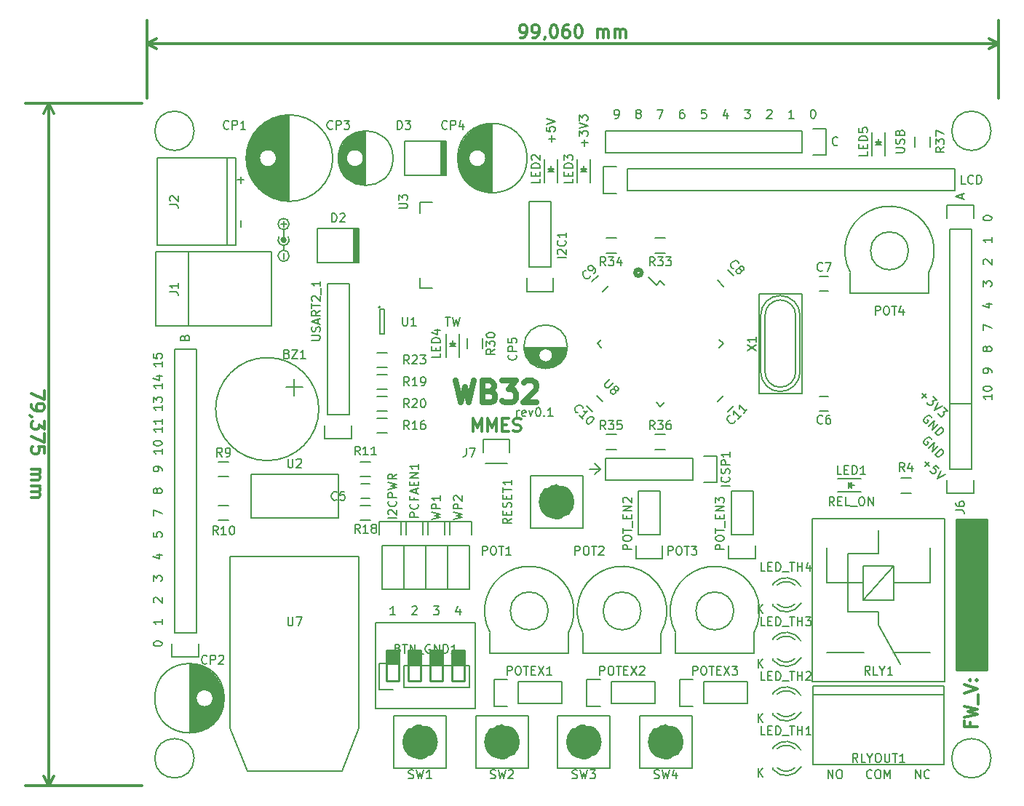
<source format=gbr>
G04 #@! TF.FileFunction,Legend,Top*
%FSLAX46Y46*%
G04 Gerber Fmt 4.6, Leading zero omitted, Abs format (unit mm)*
G04 Created by KiCad (PCBNEW 4.0.2-stable) date 01/06/2016 13:38:34*
%MOMM*%
G01*
G04 APERTURE LIST*
%ADD10C,0.100000*%
%ADD11C,0.150000*%
%ADD12C,0.300000*%
%ADD13C,0.500000*%
%ADD14C,0.635000*%
%ADD15C,0.200000*%
%ADD16C,2.540000*%
%ADD17C,0.152400*%
%ADD18C,0.127000*%
%ADD19C,0.254000*%
G04 APERTURE END LIST*
D10*
D11*
X154138571Y-101163381D02*
X154138571Y-100496714D01*
X154138571Y-100687190D02*
X154186190Y-100591952D01*
X154233809Y-100544333D01*
X154329047Y-100496714D01*
X154424286Y-100496714D01*
X155138572Y-101115762D02*
X155043334Y-101163381D01*
X154852857Y-101163381D01*
X154757619Y-101115762D01*
X154710000Y-101020524D01*
X154710000Y-100639571D01*
X154757619Y-100544333D01*
X154852857Y-100496714D01*
X155043334Y-100496714D01*
X155138572Y-100544333D01*
X155186191Y-100639571D01*
X155186191Y-100734810D01*
X154710000Y-100830048D01*
X155519524Y-100496714D02*
X155757619Y-101163381D01*
X155995715Y-100496714D01*
X156567143Y-100163381D02*
X156662382Y-100163381D01*
X156757620Y-100211000D01*
X156805239Y-100258619D01*
X156852858Y-100353857D01*
X156900477Y-100544333D01*
X156900477Y-100782429D01*
X156852858Y-100972905D01*
X156805239Y-101068143D01*
X156757620Y-101115762D01*
X156662382Y-101163381D01*
X156567143Y-101163381D01*
X156471905Y-101115762D01*
X156424286Y-101068143D01*
X156376667Y-100972905D01*
X156329048Y-100782429D01*
X156329048Y-100544333D01*
X156376667Y-100353857D01*
X156424286Y-100258619D01*
X156471905Y-100211000D01*
X156567143Y-100163381D01*
X157329048Y-101068143D02*
X157376667Y-101115762D01*
X157329048Y-101163381D01*
X157281429Y-101115762D01*
X157329048Y-101068143D01*
X157329048Y-101163381D01*
X158329048Y-101163381D02*
X157757619Y-101163381D01*
X158043333Y-101163381D02*
X158043333Y-100163381D01*
X157948095Y-100306238D01*
X157852857Y-100401476D01*
X157757619Y-100449095D01*
D12*
X149015000Y-102913571D02*
X149015000Y-101413571D01*
X149515000Y-102485000D01*
X150015000Y-101413571D01*
X150015000Y-102913571D01*
X150729286Y-102913571D02*
X150729286Y-101413571D01*
X151229286Y-102485000D01*
X151729286Y-101413571D01*
X151729286Y-102913571D01*
X152443572Y-102127857D02*
X152943572Y-102127857D01*
X153157858Y-102913571D02*
X152443572Y-102913571D01*
X152443572Y-101413571D01*
X153157858Y-101413571D01*
X153729286Y-102842143D02*
X153943572Y-102913571D01*
X154300715Y-102913571D01*
X154443572Y-102842143D01*
X154515001Y-102770714D01*
X154586429Y-102627857D01*
X154586429Y-102485000D01*
X154515001Y-102342143D01*
X154443572Y-102270714D01*
X154300715Y-102199286D01*
X154015001Y-102127857D01*
X153872143Y-102056429D01*
X153800715Y-101985000D01*
X153729286Y-101842143D01*
X153729286Y-101699286D01*
X153800715Y-101556429D01*
X153872143Y-101485000D01*
X154015001Y-101413571D01*
X154372143Y-101413571D01*
X154586429Y-101485000D01*
D13*
X168656000Y-84455000D02*
G75*
G03X168656000Y-84455000I-381000J0D01*
G01*
D14*
X146987381Y-97034048D02*
X147592143Y-99574048D01*
X148075953Y-97759762D01*
X148559762Y-99574048D01*
X149164524Y-97034048D01*
X150978810Y-98243571D02*
X151341667Y-98364524D01*
X151462619Y-98485476D01*
X151583571Y-98727381D01*
X151583571Y-99090238D01*
X151462619Y-99332143D01*
X151341667Y-99453095D01*
X151099762Y-99574048D01*
X150132143Y-99574048D01*
X150132143Y-97034048D01*
X150978810Y-97034048D01*
X151220714Y-97155000D01*
X151341667Y-97275952D01*
X151462619Y-97517857D01*
X151462619Y-97759762D01*
X151341667Y-98001667D01*
X151220714Y-98122619D01*
X150978810Y-98243571D01*
X150132143Y-98243571D01*
X152430238Y-97034048D02*
X154002619Y-97034048D01*
X153155952Y-98001667D01*
X153518810Y-98001667D01*
X153760714Y-98122619D01*
X153881667Y-98243571D01*
X154002619Y-98485476D01*
X154002619Y-99090238D01*
X153881667Y-99332143D01*
X153760714Y-99453095D01*
X153518810Y-99574048D01*
X152793095Y-99574048D01*
X152551191Y-99453095D01*
X152430238Y-99332143D01*
X154970239Y-97275952D02*
X155091191Y-97155000D01*
X155333096Y-97034048D01*
X155937858Y-97034048D01*
X156179762Y-97155000D01*
X156300715Y-97275952D01*
X156421667Y-97517857D01*
X156421667Y-97759762D01*
X156300715Y-98122619D01*
X154849286Y-99574048D01*
X156421667Y-99574048D01*
D12*
X206902857Y-136834285D02*
X206902857Y-137334285D01*
X207688571Y-137334285D02*
X206188571Y-137334285D01*
X206188571Y-136619999D01*
X206188571Y-136191428D02*
X207688571Y-135834285D01*
X206617143Y-135548571D01*
X207688571Y-135262857D01*
X206188571Y-134905714D01*
X207831429Y-134691428D02*
X207831429Y-133548571D01*
X206188571Y-133405714D02*
X207688571Y-132905714D01*
X206188571Y-132405714D01*
X207545714Y-131905714D02*
X207617143Y-131834286D01*
X207688571Y-131905714D01*
X207617143Y-131977143D01*
X207545714Y-131905714D01*
X207688571Y-131905714D01*
X206760000Y-131905714D02*
X206831429Y-131834286D01*
X206902857Y-131905714D01*
X206831429Y-131977143D01*
X206760000Y-131905714D01*
X206902857Y-131905714D01*
D11*
X198207381Y-70476905D02*
X199016905Y-70476905D01*
X199112143Y-70429286D01*
X199159762Y-70381667D01*
X199207381Y-70286429D01*
X199207381Y-70095952D01*
X199159762Y-70000714D01*
X199112143Y-69953095D01*
X199016905Y-69905476D01*
X198207381Y-69905476D01*
X199159762Y-69476905D02*
X199207381Y-69334048D01*
X199207381Y-69095952D01*
X199159762Y-69000714D01*
X199112143Y-68953095D01*
X199016905Y-68905476D01*
X198921667Y-68905476D01*
X198826429Y-68953095D01*
X198778810Y-69000714D01*
X198731190Y-69095952D01*
X198683571Y-69286429D01*
X198635952Y-69381667D01*
X198588333Y-69429286D01*
X198493095Y-69476905D01*
X198397857Y-69476905D01*
X198302619Y-69429286D01*
X198255000Y-69381667D01*
X198207381Y-69286429D01*
X198207381Y-69048333D01*
X198255000Y-68905476D01*
X198683571Y-68143571D02*
X198731190Y-68000714D01*
X198778810Y-67953095D01*
X198874048Y-67905476D01*
X199016905Y-67905476D01*
X199112143Y-67953095D01*
X199159762Y-68000714D01*
X199207381Y-68095952D01*
X199207381Y-68476905D01*
X198207381Y-68476905D01*
X198207381Y-68143571D01*
X198255000Y-68048333D01*
X198302619Y-68000714D01*
X198397857Y-67953095D01*
X198493095Y-67953095D01*
X198588333Y-68000714D01*
X198635952Y-68048333D01*
X198683571Y-68143571D01*
X198683571Y-68476905D01*
X145827857Y-89622381D02*
X146399286Y-89622381D01*
X146113571Y-90622381D02*
X146113571Y-89622381D01*
X146637381Y-89622381D02*
X146875476Y-90622381D01*
X147065953Y-89908095D01*
X147256429Y-90622381D01*
X147494524Y-89622381D01*
D15*
X163195000Y-107315000D02*
X162560000Y-107315000D01*
X163195000Y-107950000D02*
X163830000Y-107315000D01*
X163830000Y-107315000D02*
X163195000Y-106680000D01*
X163195000Y-107315000D02*
X163830000Y-107315000D01*
D11*
X121991429Y-79120952D02*
X121991429Y-78359047D01*
X121991429Y-74040952D02*
X121991429Y-73279047D01*
X122372381Y-73659999D02*
X121610476Y-73659999D01*
X112847381Y-99885476D02*
X112847381Y-100456905D01*
X112847381Y-100171191D02*
X111847381Y-100171191D01*
X111990238Y-100266429D01*
X112085476Y-100361667D01*
X112133095Y-100456905D01*
X111847381Y-99552143D02*
X111847381Y-98933095D01*
X112228333Y-99266429D01*
X112228333Y-99123571D01*
X112275952Y-99028333D01*
X112323571Y-98980714D01*
X112418810Y-98933095D01*
X112656905Y-98933095D01*
X112752143Y-98980714D01*
X112799762Y-99028333D01*
X112847381Y-99123571D01*
X112847381Y-99409286D01*
X112799762Y-99504524D01*
X112752143Y-99552143D01*
X112847381Y-102425476D02*
X112847381Y-102996905D01*
X112847381Y-102711191D02*
X111847381Y-102711191D01*
X111990238Y-102806429D01*
X112085476Y-102901667D01*
X112133095Y-102996905D01*
X112847381Y-101473095D02*
X112847381Y-102044524D01*
X112847381Y-101758810D02*
X111847381Y-101758810D01*
X111990238Y-101854048D01*
X112085476Y-101949286D01*
X112133095Y-102044524D01*
X112847381Y-104965476D02*
X112847381Y-105536905D01*
X112847381Y-105251191D02*
X111847381Y-105251191D01*
X111990238Y-105346429D01*
X112085476Y-105441667D01*
X112133095Y-105536905D01*
X111847381Y-104346429D02*
X111847381Y-104251190D01*
X111895000Y-104155952D01*
X111942619Y-104108333D01*
X112037857Y-104060714D01*
X112228333Y-104013095D01*
X112466429Y-104013095D01*
X112656905Y-104060714D01*
X112752143Y-104108333D01*
X112799762Y-104155952D01*
X112847381Y-104251190D01*
X112847381Y-104346429D01*
X112799762Y-104441667D01*
X112752143Y-104489286D01*
X112656905Y-104536905D01*
X112466429Y-104584524D01*
X112228333Y-104584524D01*
X112037857Y-104536905D01*
X111942619Y-104489286D01*
X111895000Y-104441667D01*
X111847381Y-104346429D01*
X112847381Y-107505476D02*
X112847381Y-107315000D01*
X112799762Y-107219761D01*
X112752143Y-107172142D01*
X112609286Y-107076904D01*
X112418810Y-107029285D01*
X112037857Y-107029285D01*
X111942619Y-107076904D01*
X111895000Y-107124523D01*
X111847381Y-107219761D01*
X111847381Y-107410238D01*
X111895000Y-107505476D01*
X111942619Y-107553095D01*
X112037857Y-107600714D01*
X112275952Y-107600714D01*
X112371190Y-107553095D01*
X112418810Y-107505476D01*
X112466429Y-107410238D01*
X112466429Y-107219761D01*
X112418810Y-107124523D01*
X112371190Y-107076904D01*
X112275952Y-107029285D01*
X112275952Y-109950238D02*
X112228333Y-110045476D01*
X112180714Y-110093095D01*
X112085476Y-110140714D01*
X112037857Y-110140714D01*
X111942619Y-110093095D01*
X111895000Y-110045476D01*
X111847381Y-109950238D01*
X111847381Y-109759761D01*
X111895000Y-109664523D01*
X111942619Y-109616904D01*
X112037857Y-109569285D01*
X112085476Y-109569285D01*
X112180714Y-109616904D01*
X112228333Y-109664523D01*
X112275952Y-109759761D01*
X112275952Y-109950238D01*
X112323571Y-110045476D01*
X112371190Y-110093095D01*
X112466429Y-110140714D01*
X112656905Y-110140714D01*
X112752143Y-110093095D01*
X112799762Y-110045476D01*
X112847381Y-109950238D01*
X112847381Y-109759761D01*
X112799762Y-109664523D01*
X112752143Y-109616904D01*
X112656905Y-109569285D01*
X112466429Y-109569285D01*
X112371190Y-109616904D01*
X112323571Y-109664523D01*
X112275952Y-109759761D01*
X111847381Y-112728333D02*
X111847381Y-112061666D01*
X112847381Y-112490238D01*
X111847381Y-114696904D02*
X111847381Y-115173095D01*
X112323571Y-115220714D01*
X112275952Y-115173095D01*
X112228333Y-115077857D01*
X112228333Y-114839761D01*
X112275952Y-114744523D01*
X112323571Y-114696904D01*
X112418810Y-114649285D01*
X112656905Y-114649285D01*
X112752143Y-114696904D01*
X112799762Y-114744523D01*
X112847381Y-114839761D01*
X112847381Y-115077857D01*
X112799762Y-115173095D01*
X112752143Y-115220714D01*
X112180714Y-117284523D02*
X112847381Y-117284523D01*
X111799762Y-117522619D02*
X112514048Y-117760714D01*
X112514048Y-117141666D01*
X111847381Y-120348333D02*
X111847381Y-119729285D01*
X112228333Y-120062619D01*
X112228333Y-119919761D01*
X112275952Y-119824523D01*
X112323571Y-119776904D01*
X112418810Y-119729285D01*
X112656905Y-119729285D01*
X112752143Y-119776904D01*
X112799762Y-119824523D01*
X112847381Y-119919761D01*
X112847381Y-120205476D01*
X112799762Y-120300714D01*
X112752143Y-120348333D01*
X111942619Y-122840714D02*
X111895000Y-122793095D01*
X111847381Y-122697857D01*
X111847381Y-122459761D01*
X111895000Y-122364523D01*
X111942619Y-122316904D01*
X112037857Y-122269285D01*
X112133095Y-122269285D01*
X112275952Y-122316904D01*
X112847381Y-122888333D01*
X112847381Y-122269285D01*
X112847381Y-124809285D02*
X112847381Y-125380714D01*
X112847381Y-125095000D02*
X111847381Y-125095000D01*
X111990238Y-125190238D01*
X112085476Y-125285476D01*
X112133095Y-125380714D01*
X111847381Y-127682619D02*
X111847381Y-127587380D01*
X111895000Y-127492142D01*
X111942619Y-127444523D01*
X112037857Y-127396904D01*
X112228333Y-127349285D01*
X112466429Y-127349285D01*
X112656905Y-127396904D01*
X112752143Y-127444523D01*
X112799762Y-127492142D01*
X112847381Y-127587380D01*
X112847381Y-127682619D01*
X112799762Y-127777857D01*
X112752143Y-127825476D01*
X112656905Y-127873095D01*
X112466429Y-127920714D01*
X112228333Y-127920714D01*
X112037857Y-127873095D01*
X111942619Y-127825476D01*
X111895000Y-127777857D01*
X111847381Y-127682619D01*
X112847381Y-97345476D02*
X112847381Y-97916905D01*
X112847381Y-97631191D02*
X111847381Y-97631191D01*
X111990238Y-97726429D01*
X112085476Y-97821667D01*
X112133095Y-97916905D01*
X112180714Y-96488333D02*
X112847381Y-96488333D01*
X111799762Y-96726429D02*
X112514048Y-96964524D01*
X112514048Y-96345476D01*
X112847381Y-94805476D02*
X112847381Y-95376905D01*
X112847381Y-95091191D02*
X111847381Y-95091191D01*
X111990238Y-95186429D01*
X112085476Y-95281667D01*
X112133095Y-95376905D01*
X111847381Y-93900714D02*
X111847381Y-94376905D01*
X112323571Y-94424524D01*
X112275952Y-94376905D01*
X112228333Y-94281667D01*
X112228333Y-94043571D01*
X112275952Y-93948333D01*
X112323571Y-93900714D01*
X112418810Y-93853095D01*
X112656905Y-93853095D01*
X112752143Y-93900714D01*
X112799762Y-93948333D01*
X112847381Y-94043571D01*
X112847381Y-94281667D01*
X112799762Y-94376905D01*
X112752143Y-94424524D01*
X147510477Y-123610714D02*
X147510477Y-124277381D01*
X147272381Y-123229762D02*
X147034286Y-123944048D01*
X147653334Y-123944048D01*
X144446667Y-123277381D02*
X145065715Y-123277381D01*
X144732381Y-123658333D01*
X144875239Y-123658333D01*
X144970477Y-123705952D01*
X145018096Y-123753571D01*
X145065715Y-123848810D01*
X145065715Y-124086905D01*
X145018096Y-124182143D01*
X144970477Y-124229762D01*
X144875239Y-124277381D01*
X144589524Y-124277381D01*
X144494286Y-124229762D01*
X144446667Y-124182143D01*
X141954286Y-123372619D02*
X142001905Y-123325000D01*
X142097143Y-123277381D01*
X142335239Y-123277381D01*
X142430477Y-123325000D01*
X142478096Y-123372619D01*
X142525715Y-123467857D01*
X142525715Y-123563095D01*
X142478096Y-123705952D01*
X141906667Y-124277381D01*
X142525715Y-124277381D01*
X139985715Y-124277381D02*
X139414286Y-124277381D01*
X139700000Y-124277381D02*
X139700000Y-123277381D01*
X139604762Y-123420238D01*
X139509524Y-123515476D01*
X139414286Y-123563095D01*
X200509286Y-143327381D02*
X200509286Y-142327381D01*
X201080715Y-143327381D01*
X201080715Y-142327381D01*
X202128334Y-143232143D02*
X202080715Y-143279762D01*
X201937858Y-143327381D01*
X201842620Y-143327381D01*
X201699762Y-143279762D01*
X201604524Y-143184524D01*
X201556905Y-143089286D01*
X201509286Y-142898810D01*
X201509286Y-142755952D01*
X201556905Y-142565476D01*
X201604524Y-142470238D01*
X201699762Y-142375000D01*
X201842620Y-142327381D01*
X201937858Y-142327381D01*
X202080715Y-142375000D01*
X202128334Y-142422619D01*
X195429286Y-143232143D02*
X195381667Y-143279762D01*
X195238810Y-143327381D01*
X195143572Y-143327381D01*
X195000714Y-143279762D01*
X194905476Y-143184524D01*
X194857857Y-143089286D01*
X194810238Y-142898810D01*
X194810238Y-142755952D01*
X194857857Y-142565476D01*
X194905476Y-142470238D01*
X195000714Y-142375000D01*
X195143572Y-142327381D01*
X195238810Y-142327381D01*
X195381667Y-142375000D01*
X195429286Y-142422619D01*
X196048333Y-142327381D02*
X196238810Y-142327381D01*
X196334048Y-142375000D01*
X196429286Y-142470238D01*
X196476905Y-142660714D01*
X196476905Y-142994048D01*
X196429286Y-143184524D01*
X196334048Y-143279762D01*
X196238810Y-143327381D01*
X196048333Y-143327381D01*
X195953095Y-143279762D01*
X195857857Y-143184524D01*
X195810238Y-142994048D01*
X195810238Y-142660714D01*
X195857857Y-142470238D01*
X195953095Y-142375000D01*
X196048333Y-142327381D01*
X196905476Y-143327381D02*
X196905476Y-142327381D01*
X197238810Y-143041667D01*
X197572143Y-142327381D01*
X197572143Y-143327381D01*
X190325476Y-143327381D02*
X190325476Y-142327381D01*
X190896905Y-143327381D01*
X190896905Y-142327381D01*
X191563571Y-142327381D02*
X191754048Y-142327381D01*
X191849286Y-142375000D01*
X191944524Y-142470238D01*
X191992143Y-142660714D01*
X191992143Y-142994048D01*
X191944524Y-143184524D01*
X191849286Y-143279762D01*
X191754048Y-143327381D01*
X191563571Y-143327381D01*
X191468333Y-143279762D01*
X191373095Y-143184524D01*
X191325476Y-142994048D01*
X191325476Y-142660714D01*
X191373095Y-142470238D01*
X191468333Y-142375000D01*
X191563571Y-142327381D01*
X191063810Y-111577381D02*
X190730476Y-111101190D01*
X190492381Y-111577381D02*
X190492381Y-110577381D01*
X190873334Y-110577381D01*
X190968572Y-110625000D01*
X191016191Y-110672619D01*
X191063810Y-110767857D01*
X191063810Y-110910714D01*
X191016191Y-111005952D01*
X190968572Y-111053571D01*
X190873334Y-111101190D01*
X190492381Y-111101190D01*
X191492381Y-111053571D02*
X191825715Y-111053571D01*
X191968572Y-111577381D02*
X191492381Y-111577381D01*
X191492381Y-110577381D01*
X191968572Y-110577381D01*
X192873334Y-111577381D02*
X192397143Y-111577381D01*
X192397143Y-110577381D01*
X192968572Y-111672619D02*
X193730477Y-111672619D01*
X194159048Y-110577381D02*
X194349525Y-110577381D01*
X194444763Y-110625000D01*
X194540001Y-110720238D01*
X194587620Y-110910714D01*
X194587620Y-111244048D01*
X194540001Y-111434524D01*
X194444763Y-111529762D01*
X194349525Y-111577381D01*
X194159048Y-111577381D01*
X194063810Y-111529762D01*
X193968572Y-111434524D01*
X193920953Y-111244048D01*
X193920953Y-110910714D01*
X193968572Y-110720238D01*
X194063810Y-110625000D01*
X194159048Y-110577381D01*
X195016191Y-111577381D02*
X195016191Y-110577381D01*
X195587620Y-111577381D01*
X195587620Y-110577381D01*
X201605355Y-106456371D02*
X202144103Y-106995119D01*
X201605356Y-106995119D02*
X202144104Y-106456371D01*
X203255271Y-107230821D02*
X202918553Y-106894103D01*
X202548164Y-107197149D01*
X202615508Y-107197149D01*
X202716523Y-107230820D01*
X202884882Y-107399180D01*
X202918554Y-107500195D01*
X202918554Y-107567538D01*
X202884882Y-107668554D01*
X202716523Y-107836913D01*
X202615508Y-107870584D01*
X202548164Y-107870584D01*
X202447149Y-107836913D01*
X202278790Y-107668553D01*
X202245118Y-107567538D01*
X202245118Y-107500195D01*
X203490973Y-107466523D02*
X203019569Y-108409332D01*
X203962378Y-107937928D01*
X202379806Y-103882699D02*
X202346134Y-103781684D01*
X202245119Y-103680669D01*
X202110431Y-103613325D01*
X201975745Y-103613325D01*
X201874729Y-103646996D01*
X201706371Y-103748012D01*
X201605355Y-103849027D01*
X201504340Y-104017386D01*
X201470668Y-104118401D01*
X201470668Y-104253088D01*
X201538012Y-104387776D01*
X201605356Y-104455119D01*
X201740043Y-104522462D01*
X201807386Y-104522462D01*
X202043088Y-104286760D01*
X201908401Y-104152074D01*
X202043088Y-104892851D02*
X202750195Y-104185745D01*
X202447149Y-105296913D01*
X203154256Y-104589806D01*
X202783867Y-105633630D02*
X203490973Y-104926523D01*
X203659332Y-105094882D01*
X203726676Y-105229569D01*
X203726676Y-105364256D01*
X203693004Y-105465271D01*
X203591989Y-105633630D01*
X203490973Y-105734646D01*
X203322615Y-105835661D01*
X203221600Y-105869333D01*
X203086913Y-105869333D01*
X202952225Y-105801988D01*
X202783867Y-105633630D01*
X202379806Y-101342699D02*
X202346134Y-101241684D01*
X202245119Y-101140669D01*
X202110431Y-101073325D01*
X201975745Y-101073325D01*
X201874729Y-101106996D01*
X201706371Y-101208012D01*
X201605355Y-101309027D01*
X201504340Y-101477386D01*
X201470668Y-101578401D01*
X201470668Y-101713088D01*
X201538012Y-101847776D01*
X201605356Y-101915119D01*
X201740043Y-101982462D01*
X201807386Y-101982462D01*
X202043088Y-101746760D01*
X201908401Y-101612074D01*
X202043088Y-102352851D02*
X202750195Y-101645745D01*
X202447149Y-102756913D01*
X203154256Y-102049806D01*
X202783867Y-103093630D02*
X203490973Y-102386523D01*
X203659332Y-102554882D01*
X203726676Y-102689569D01*
X203726676Y-102824256D01*
X203693004Y-102925271D01*
X203591989Y-103093630D01*
X203490973Y-103194646D01*
X203322615Y-103295661D01*
X203221600Y-103329333D01*
X203086913Y-103329333D01*
X202952225Y-103261988D01*
X202783867Y-103093630D01*
X201268637Y-98499653D02*
X201807385Y-99038401D01*
X201268638Y-99038401D02*
X201807386Y-98499653D01*
X202514492Y-98870042D02*
X202952225Y-99307775D01*
X202447149Y-99341446D01*
X202548164Y-99442462D01*
X202581836Y-99543477D01*
X202581836Y-99610820D01*
X202548164Y-99711836D01*
X202379805Y-99880195D01*
X202278790Y-99913867D01*
X202211447Y-99913867D01*
X202110431Y-99880195D01*
X201908400Y-99678164D01*
X201874729Y-99577149D01*
X201874729Y-99509805D01*
X203154255Y-99509805D02*
X202682851Y-100452614D01*
X203625660Y-99981210D01*
X203794019Y-100149569D02*
X204231752Y-100587302D01*
X203726675Y-100620973D01*
X203827691Y-100721988D01*
X203861363Y-100823004D01*
X203861363Y-100890347D01*
X203827690Y-100991363D01*
X203659332Y-101159721D01*
X203558317Y-101193393D01*
X203490973Y-101193393D01*
X203389958Y-101159721D01*
X203187927Y-100957690D01*
X203154255Y-100856675D01*
X203154255Y-100789332D01*
X209367381Y-98615476D02*
X209367381Y-99186905D01*
X209367381Y-98901191D02*
X208367381Y-98901191D01*
X208510238Y-98996429D01*
X208605476Y-99091667D01*
X208653095Y-99186905D01*
X208367381Y-97996429D02*
X208367381Y-97901190D01*
X208415000Y-97805952D01*
X208462619Y-97758333D01*
X208557857Y-97710714D01*
X208748333Y-97663095D01*
X208986429Y-97663095D01*
X209176905Y-97710714D01*
X209272143Y-97758333D01*
X209319762Y-97805952D01*
X209367381Y-97901190D01*
X209367381Y-97996429D01*
X209319762Y-98091667D01*
X209272143Y-98139286D01*
X209176905Y-98186905D01*
X208986429Y-98234524D01*
X208748333Y-98234524D01*
X208557857Y-98186905D01*
X208462619Y-98139286D01*
X208415000Y-98091667D01*
X208367381Y-97996429D01*
X209367381Y-96075476D02*
X209367381Y-95885000D01*
X209319762Y-95789761D01*
X209272143Y-95742142D01*
X209129286Y-95646904D01*
X208938810Y-95599285D01*
X208557857Y-95599285D01*
X208462619Y-95646904D01*
X208415000Y-95694523D01*
X208367381Y-95789761D01*
X208367381Y-95980238D01*
X208415000Y-96075476D01*
X208462619Y-96123095D01*
X208557857Y-96170714D01*
X208795952Y-96170714D01*
X208891190Y-96123095D01*
X208938810Y-96075476D01*
X208986429Y-95980238D01*
X208986429Y-95789761D01*
X208938810Y-95694523D01*
X208891190Y-95646904D01*
X208795952Y-95599285D01*
X208795952Y-93440238D02*
X208748333Y-93535476D01*
X208700714Y-93583095D01*
X208605476Y-93630714D01*
X208557857Y-93630714D01*
X208462619Y-93583095D01*
X208415000Y-93535476D01*
X208367381Y-93440238D01*
X208367381Y-93249761D01*
X208415000Y-93154523D01*
X208462619Y-93106904D01*
X208557857Y-93059285D01*
X208605476Y-93059285D01*
X208700714Y-93106904D01*
X208748333Y-93154523D01*
X208795952Y-93249761D01*
X208795952Y-93440238D01*
X208843571Y-93535476D01*
X208891190Y-93583095D01*
X208986429Y-93630714D01*
X209176905Y-93630714D01*
X209272143Y-93583095D01*
X209319762Y-93535476D01*
X209367381Y-93440238D01*
X209367381Y-93249761D01*
X209319762Y-93154523D01*
X209272143Y-93106904D01*
X209176905Y-93059285D01*
X208986429Y-93059285D01*
X208891190Y-93106904D01*
X208843571Y-93154523D01*
X208795952Y-93249761D01*
X208367381Y-91138333D02*
X208367381Y-90471666D01*
X209367381Y-90900238D01*
X208700714Y-88074523D02*
X209367381Y-88074523D01*
X208319762Y-88312619D02*
X209034048Y-88550714D01*
X209034048Y-87931666D01*
X208367381Y-86058333D02*
X208367381Y-85439285D01*
X208748333Y-85772619D01*
X208748333Y-85629761D01*
X208795952Y-85534523D01*
X208843571Y-85486904D01*
X208938810Y-85439285D01*
X209176905Y-85439285D01*
X209272143Y-85486904D01*
X209319762Y-85534523D01*
X209367381Y-85629761D01*
X209367381Y-85915476D01*
X209319762Y-86010714D01*
X209272143Y-86058333D01*
X208462619Y-83470714D02*
X208415000Y-83423095D01*
X208367381Y-83327857D01*
X208367381Y-83089761D01*
X208415000Y-82994523D01*
X208462619Y-82946904D01*
X208557857Y-82899285D01*
X208653095Y-82899285D01*
X208795952Y-82946904D01*
X209367381Y-83518333D01*
X209367381Y-82899285D01*
X209367381Y-80359285D02*
X209367381Y-80930714D01*
X209367381Y-80645000D02*
X208367381Y-80645000D01*
X208510238Y-80740238D01*
X208605476Y-80835476D01*
X208653095Y-80930714D01*
X208367381Y-78152619D02*
X208367381Y-78057380D01*
X208415000Y-77962142D01*
X208462619Y-77914523D01*
X208557857Y-77866904D01*
X208748333Y-77819285D01*
X208986429Y-77819285D01*
X209176905Y-77866904D01*
X209272143Y-77914523D01*
X209319762Y-77962142D01*
X209367381Y-78057380D01*
X209367381Y-78152619D01*
X209319762Y-78247857D01*
X209272143Y-78295476D01*
X209176905Y-78343095D01*
X208986429Y-78390714D01*
X208748333Y-78390714D01*
X208557857Y-78343095D01*
X208462619Y-78295476D01*
X208415000Y-78247857D01*
X208367381Y-78152619D01*
X158186429Y-69230714D02*
X158186429Y-68468809D01*
X158567381Y-68849761D02*
X157805476Y-68849761D01*
X157567381Y-67516428D02*
X157567381Y-67992619D01*
X158043571Y-68040238D01*
X157995952Y-67992619D01*
X157948333Y-67897381D01*
X157948333Y-67659285D01*
X157995952Y-67564047D01*
X158043571Y-67516428D01*
X158138810Y-67468809D01*
X158376905Y-67468809D01*
X158472143Y-67516428D01*
X158519762Y-67564047D01*
X158567381Y-67659285D01*
X158567381Y-67897381D01*
X158519762Y-67992619D01*
X158472143Y-68040238D01*
X157567381Y-67183095D02*
X158567381Y-66849762D01*
X157567381Y-66516428D01*
X161996429Y-69706905D02*
X161996429Y-68945000D01*
X162377381Y-69325952D02*
X161615476Y-69325952D01*
X161377381Y-68564048D02*
X161377381Y-67945000D01*
X161758333Y-68278334D01*
X161758333Y-68135476D01*
X161805952Y-68040238D01*
X161853571Y-67992619D01*
X161948810Y-67945000D01*
X162186905Y-67945000D01*
X162282143Y-67992619D01*
X162329762Y-68040238D01*
X162377381Y-68135476D01*
X162377381Y-68421191D01*
X162329762Y-68516429D01*
X162282143Y-68564048D01*
X161377381Y-67659286D02*
X162377381Y-67325953D01*
X161377381Y-66992619D01*
X161377381Y-66754524D02*
X161377381Y-66135476D01*
X161758333Y-66468810D01*
X161758333Y-66325952D01*
X161805952Y-66230714D01*
X161853571Y-66183095D01*
X161948810Y-66135476D01*
X162186905Y-66135476D01*
X162282143Y-66183095D01*
X162329762Y-66230714D01*
X162377381Y-66325952D01*
X162377381Y-66611667D01*
X162329762Y-66706905D01*
X162282143Y-66754524D01*
D12*
X154583572Y-57113571D02*
X154869287Y-57113571D01*
X155012144Y-57042143D01*
X155083572Y-56970714D01*
X155226430Y-56756429D01*
X155297858Y-56470714D01*
X155297858Y-55899286D01*
X155226430Y-55756429D01*
X155155001Y-55685000D01*
X155012144Y-55613571D01*
X154726430Y-55613571D01*
X154583572Y-55685000D01*
X154512144Y-55756429D01*
X154440715Y-55899286D01*
X154440715Y-56256429D01*
X154512144Y-56399286D01*
X154583572Y-56470714D01*
X154726430Y-56542143D01*
X155012144Y-56542143D01*
X155155001Y-56470714D01*
X155226430Y-56399286D01*
X155297858Y-56256429D01*
X156012143Y-57113571D02*
X156297858Y-57113571D01*
X156440715Y-57042143D01*
X156512143Y-56970714D01*
X156655001Y-56756429D01*
X156726429Y-56470714D01*
X156726429Y-55899286D01*
X156655001Y-55756429D01*
X156583572Y-55685000D01*
X156440715Y-55613571D01*
X156155001Y-55613571D01*
X156012143Y-55685000D01*
X155940715Y-55756429D01*
X155869286Y-55899286D01*
X155869286Y-56256429D01*
X155940715Y-56399286D01*
X156012143Y-56470714D01*
X156155001Y-56542143D01*
X156440715Y-56542143D01*
X156583572Y-56470714D01*
X156655001Y-56399286D01*
X156726429Y-56256429D01*
X157440714Y-57042143D02*
X157440714Y-57113571D01*
X157369286Y-57256429D01*
X157297857Y-57327857D01*
X158369286Y-55613571D02*
X158512143Y-55613571D01*
X158655000Y-55685000D01*
X158726429Y-55756429D01*
X158797858Y-55899286D01*
X158869286Y-56185000D01*
X158869286Y-56542143D01*
X158797858Y-56827857D01*
X158726429Y-56970714D01*
X158655000Y-57042143D01*
X158512143Y-57113571D01*
X158369286Y-57113571D01*
X158226429Y-57042143D01*
X158155000Y-56970714D01*
X158083572Y-56827857D01*
X158012143Y-56542143D01*
X158012143Y-56185000D01*
X158083572Y-55899286D01*
X158155000Y-55756429D01*
X158226429Y-55685000D01*
X158369286Y-55613571D01*
X160155000Y-55613571D02*
X159869286Y-55613571D01*
X159726429Y-55685000D01*
X159655000Y-55756429D01*
X159512143Y-55970714D01*
X159440714Y-56256429D01*
X159440714Y-56827857D01*
X159512143Y-56970714D01*
X159583571Y-57042143D01*
X159726429Y-57113571D01*
X160012143Y-57113571D01*
X160155000Y-57042143D01*
X160226429Y-56970714D01*
X160297857Y-56827857D01*
X160297857Y-56470714D01*
X160226429Y-56327857D01*
X160155000Y-56256429D01*
X160012143Y-56185000D01*
X159726429Y-56185000D01*
X159583571Y-56256429D01*
X159512143Y-56327857D01*
X159440714Y-56470714D01*
X161226428Y-55613571D02*
X161369285Y-55613571D01*
X161512142Y-55685000D01*
X161583571Y-55756429D01*
X161655000Y-55899286D01*
X161726428Y-56185000D01*
X161726428Y-56542143D01*
X161655000Y-56827857D01*
X161583571Y-56970714D01*
X161512142Y-57042143D01*
X161369285Y-57113571D01*
X161226428Y-57113571D01*
X161083571Y-57042143D01*
X161012142Y-56970714D01*
X160940714Y-56827857D01*
X160869285Y-56542143D01*
X160869285Y-56185000D01*
X160940714Y-55899286D01*
X161012142Y-55756429D01*
X161083571Y-55685000D01*
X161226428Y-55613571D01*
X163512142Y-57113571D02*
X163512142Y-56113571D01*
X163512142Y-56256429D02*
X163583570Y-56185000D01*
X163726428Y-56113571D01*
X163940713Y-56113571D01*
X164083570Y-56185000D01*
X164154999Y-56327857D01*
X164154999Y-57113571D01*
X164154999Y-56327857D02*
X164226428Y-56185000D01*
X164369285Y-56113571D01*
X164583570Y-56113571D01*
X164726428Y-56185000D01*
X164797856Y-56327857D01*
X164797856Y-57113571D01*
X165512142Y-57113571D02*
X165512142Y-56113571D01*
X165512142Y-56256429D02*
X165583570Y-56185000D01*
X165726428Y-56113571D01*
X165940713Y-56113571D01*
X166083570Y-56185000D01*
X166154999Y-56327857D01*
X166154999Y-57113571D01*
X166154999Y-56327857D02*
X166226428Y-56185000D01*
X166369285Y-56113571D01*
X166583570Y-56113571D01*
X166726428Y-56185000D01*
X166797856Y-56327857D01*
X166797856Y-57113571D01*
X111125000Y-57785000D02*
X210185000Y-57785000D01*
X111125000Y-64135000D02*
X111125000Y-55085000D01*
X210185000Y-64135000D02*
X210185000Y-55085000D01*
X210185000Y-57785000D02*
X209058496Y-58371421D01*
X210185000Y-57785000D02*
X209058496Y-57198579D01*
X111125000Y-57785000D02*
X112251504Y-58371421D01*
X111125000Y-57785000D02*
X112251504Y-57198579D01*
X99166429Y-98171787D02*
X99166429Y-99171787D01*
X97666429Y-98528930D01*
X97666429Y-99814643D02*
X97666429Y-100100358D01*
X97737857Y-100243215D01*
X97809286Y-100314643D01*
X98023571Y-100457501D01*
X98309286Y-100528929D01*
X98880714Y-100528929D01*
X99023571Y-100457501D01*
X99095000Y-100386072D01*
X99166429Y-100243215D01*
X99166429Y-99957501D01*
X99095000Y-99814643D01*
X99023571Y-99743215D01*
X98880714Y-99671786D01*
X98523571Y-99671786D01*
X98380714Y-99743215D01*
X98309286Y-99814643D01*
X98237857Y-99957501D01*
X98237857Y-100243215D01*
X98309286Y-100386072D01*
X98380714Y-100457501D01*
X98523571Y-100528929D01*
X97737857Y-101243214D02*
X97666429Y-101243214D01*
X97523571Y-101171786D01*
X97452143Y-101100357D01*
X99166429Y-101743215D02*
X99166429Y-102671786D01*
X98595000Y-102171786D01*
X98595000Y-102386072D01*
X98523571Y-102528929D01*
X98452143Y-102600358D01*
X98309286Y-102671786D01*
X97952143Y-102671786D01*
X97809286Y-102600358D01*
X97737857Y-102528929D01*
X97666429Y-102386072D01*
X97666429Y-101957500D01*
X97737857Y-101814643D01*
X97809286Y-101743215D01*
X99166429Y-103171786D02*
X99166429Y-104171786D01*
X97666429Y-103528929D01*
X99166429Y-105457500D02*
X99166429Y-104743214D01*
X98452143Y-104671785D01*
X98523571Y-104743214D01*
X98595000Y-104886071D01*
X98595000Y-105243214D01*
X98523571Y-105386071D01*
X98452143Y-105457500D01*
X98309286Y-105528928D01*
X97952143Y-105528928D01*
X97809286Y-105457500D01*
X97737857Y-105386071D01*
X97666429Y-105243214D01*
X97666429Y-104886071D01*
X97737857Y-104743214D01*
X97809286Y-104671785D01*
X97666429Y-107314642D02*
X98666429Y-107314642D01*
X98523571Y-107314642D02*
X98595000Y-107386070D01*
X98666429Y-107528928D01*
X98666429Y-107743213D01*
X98595000Y-107886070D01*
X98452143Y-107957499D01*
X97666429Y-107957499D01*
X98452143Y-107957499D02*
X98595000Y-108028928D01*
X98666429Y-108171785D01*
X98666429Y-108386070D01*
X98595000Y-108528928D01*
X98452143Y-108600356D01*
X97666429Y-108600356D01*
X97666429Y-109314642D02*
X98666429Y-109314642D01*
X98523571Y-109314642D02*
X98595000Y-109386070D01*
X98666429Y-109528928D01*
X98666429Y-109743213D01*
X98595000Y-109886070D01*
X98452143Y-109957499D01*
X97666429Y-109957499D01*
X98452143Y-109957499D02*
X98595000Y-110028928D01*
X98666429Y-110171785D01*
X98666429Y-110386070D01*
X98595000Y-110528928D01*
X98452143Y-110600356D01*
X97666429Y-110600356D01*
X99695000Y-64770000D02*
X99695000Y-144145000D01*
X110490000Y-64770000D02*
X96995000Y-64770000D01*
X110490000Y-144145000D02*
X96995000Y-144145000D01*
X99695000Y-144145000D02*
X99108579Y-143018496D01*
X99695000Y-144145000D02*
X100281421Y-143018496D01*
X99695000Y-64770000D02*
X99108579Y-65896504D01*
X99695000Y-64770000D02*
X100281421Y-65896504D01*
D11*
X188547381Y-65492381D02*
X188642620Y-65492381D01*
X188737858Y-65540000D01*
X188785477Y-65587619D01*
X188833096Y-65682857D01*
X188880715Y-65873333D01*
X188880715Y-66111429D01*
X188833096Y-66301905D01*
X188785477Y-66397143D01*
X188737858Y-66444762D01*
X188642620Y-66492381D01*
X188547381Y-66492381D01*
X188452143Y-66444762D01*
X188404524Y-66397143D01*
X188356905Y-66301905D01*
X188309286Y-66111429D01*
X188309286Y-65873333D01*
X188356905Y-65682857D01*
X188404524Y-65587619D01*
X188452143Y-65540000D01*
X188547381Y-65492381D01*
X186340715Y-66492381D02*
X185769286Y-66492381D01*
X186055000Y-66492381D02*
X186055000Y-65492381D01*
X185959762Y-65635238D01*
X185864524Y-65730476D01*
X185769286Y-65778095D01*
X183229286Y-65587619D02*
X183276905Y-65540000D01*
X183372143Y-65492381D01*
X183610239Y-65492381D01*
X183705477Y-65540000D01*
X183753096Y-65587619D01*
X183800715Y-65682857D01*
X183800715Y-65778095D01*
X183753096Y-65920952D01*
X183181667Y-66492381D01*
X183800715Y-66492381D01*
X180641667Y-65492381D02*
X181260715Y-65492381D01*
X180927381Y-65873333D01*
X181070239Y-65873333D01*
X181165477Y-65920952D01*
X181213096Y-65968571D01*
X181260715Y-66063810D01*
X181260715Y-66301905D01*
X181213096Y-66397143D01*
X181165477Y-66444762D01*
X181070239Y-66492381D01*
X180784524Y-66492381D01*
X180689286Y-66444762D01*
X180641667Y-66397143D01*
X178625477Y-65825714D02*
X178625477Y-66492381D01*
X178387381Y-65444762D02*
X178149286Y-66159048D01*
X178768334Y-66159048D01*
X176133096Y-65492381D02*
X175656905Y-65492381D01*
X175609286Y-65968571D01*
X175656905Y-65920952D01*
X175752143Y-65873333D01*
X175990239Y-65873333D01*
X176085477Y-65920952D01*
X176133096Y-65968571D01*
X176180715Y-66063810D01*
X176180715Y-66301905D01*
X176133096Y-66397143D01*
X176085477Y-66444762D01*
X175990239Y-66492381D01*
X175752143Y-66492381D01*
X175656905Y-66444762D01*
X175609286Y-66397143D01*
X173545477Y-65492381D02*
X173355000Y-65492381D01*
X173259762Y-65540000D01*
X173212143Y-65587619D01*
X173116905Y-65730476D01*
X173069286Y-65920952D01*
X173069286Y-66301905D01*
X173116905Y-66397143D01*
X173164524Y-66444762D01*
X173259762Y-66492381D01*
X173450239Y-66492381D01*
X173545477Y-66444762D01*
X173593096Y-66397143D01*
X173640715Y-66301905D01*
X173640715Y-66063810D01*
X173593096Y-65968571D01*
X173545477Y-65920952D01*
X173450239Y-65873333D01*
X173259762Y-65873333D01*
X173164524Y-65920952D01*
X173116905Y-65968571D01*
X173069286Y-66063810D01*
X170481667Y-65492381D02*
X171148334Y-65492381D01*
X170719762Y-66492381D01*
X168179762Y-65920952D02*
X168084524Y-65873333D01*
X168036905Y-65825714D01*
X167989286Y-65730476D01*
X167989286Y-65682857D01*
X168036905Y-65587619D01*
X168084524Y-65540000D01*
X168179762Y-65492381D01*
X168370239Y-65492381D01*
X168465477Y-65540000D01*
X168513096Y-65587619D01*
X168560715Y-65682857D01*
X168560715Y-65730476D01*
X168513096Y-65825714D01*
X168465477Y-65873333D01*
X168370239Y-65920952D01*
X168179762Y-65920952D01*
X168084524Y-65968571D01*
X168036905Y-66016190D01*
X167989286Y-66111429D01*
X167989286Y-66301905D01*
X168036905Y-66397143D01*
X168084524Y-66444762D01*
X168179762Y-66492381D01*
X168370239Y-66492381D01*
X168465477Y-66444762D01*
X168513096Y-66397143D01*
X168560715Y-66301905D01*
X168560715Y-66111429D01*
X168513096Y-66016190D01*
X168465477Y-65968571D01*
X168370239Y-65920952D01*
X165544524Y-66492381D02*
X165735000Y-66492381D01*
X165830239Y-66444762D01*
X165877858Y-66397143D01*
X165973096Y-66254286D01*
X166020715Y-66063810D01*
X166020715Y-65682857D01*
X165973096Y-65587619D01*
X165925477Y-65540000D01*
X165830239Y-65492381D01*
X165639762Y-65492381D01*
X165544524Y-65540000D01*
X165496905Y-65587619D01*
X165449286Y-65682857D01*
X165449286Y-65920952D01*
X165496905Y-66016190D01*
X165544524Y-66063810D01*
X165639762Y-66111429D01*
X165830239Y-66111429D01*
X165925477Y-66063810D01*
X165973096Y-66016190D01*
X166020715Y-65920952D01*
X127350000Y-78795000D02*
X126650000Y-78795000D01*
X127000000Y-79145000D02*
X127000000Y-78445000D01*
X127000000Y-82845000D02*
X127000000Y-82145000D01*
X127350000Y-81195000D02*
G75*
G03X127550000Y-80295000I-350000J550000D01*
G01*
X126450000Y-80295000D02*
G75*
G03X126650000Y-81195000I550000J-350000D01*
G01*
D12*
X127200000Y-80645000D02*
G75*
G03X127200000Y-80645000I-200000J0D01*
G01*
X127100000Y-80645000D02*
G75*
G03X127100000Y-80645000I-100000J0D01*
G01*
D11*
X127000000Y-79445000D02*
X127000000Y-80345000D01*
X127650000Y-78795000D02*
G75*
G03X127650000Y-78795000I-650000J0D01*
G01*
X127650000Y-82495000D02*
G75*
G03X127650000Y-82495000I-650000J0D01*
G01*
X127000000Y-81295000D02*
X127000000Y-81845000D01*
X127000000Y-81295000D02*
G75*
G03X127650000Y-80645000I0J650000D01*
G01*
X126350000Y-80645000D02*
G75*
G03X127000000Y-81295000I650000J0D01*
G01*
X135770000Y-137475000D02*
X133770000Y-142475000D01*
X133770000Y-142475000D02*
X132770000Y-142475000D01*
X135770000Y-117475000D02*
X135770000Y-137475000D01*
X132770000Y-142475000D02*
X122770000Y-142475000D01*
X135770000Y-117475000D02*
X120770000Y-117475000D01*
X120770000Y-117475000D02*
X120770000Y-137475000D01*
X120770000Y-137475000D02*
X122770000Y-142475000D01*
X162675000Y-73990000D02*
X162675000Y-71290000D01*
X161175000Y-73990000D02*
X161175000Y-71290000D01*
X162075000Y-72490000D02*
X161825000Y-72490000D01*
X161825000Y-72490000D02*
X161975000Y-72640000D01*
X161575000Y-72740000D02*
X162275000Y-72740000D01*
X161925000Y-72390000D02*
X161925000Y-72040000D01*
X161925000Y-72740000D02*
X161575000Y-72390000D01*
X161575000Y-72390000D02*
X162275000Y-72390000D01*
X162275000Y-72390000D02*
X161925000Y-72740000D01*
X158865000Y-73990000D02*
X158865000Y-71290000D01*
X157365000Y-73990000D02*
X157365000Y-71290000D01*
X158265000Y-72490000D02*
X158015000Y-72490000D01*
X158015000Y-72490000D02*
X158165000Y-72640000D01*
X157765000Y-72740000D02*
X158465000Y-72740000D01*
X158115000Y-72390000D02*
X158115000Y-72040000D01*
X158115000Y-72740000D02*
X157765000Y-72390000D01*
X157765000Y-72390000D02*
X158465000Y-72390000D01*
X158465000Y-72390000D02*
X158115000Y-72740000D01*
X139827000Y-142113000D02*
X139827000Y-136017000D01*
X139827000Y-136017000D02*
X145923000Y-136017000D01*
X145923000Y-136017000D02*
X145923000Y-142113000D01*
X145923000Y-142113000D02*
X139827000Y-142113000D01*
D16*
X143678219Y-139065000D02*
G75*
G03X143678219Y-139065000I-803219J0D01*
G01*
D11*
X140970000Y-130175000D02*
X148590000Y-130175000D01*
X140970000Y-132715000D02*
X148590000Y-132715000D01*
X138150000Y-132995000D02*
X139700000Y-132995000D01*
X148590000Y-130175000D02*
X148590000Y-132715000D01*
X140970000Y-132715000D02*
X140970000Y-130175000D01*
X139700000Y-129895000D02*
X138150000Y-129895000D01*
X138150000Y-129895000D02*
X138150000Y-132995000D01*
X136025000Y-110705000D02*
X137025000Y-110705000D01*
X137025000Y-109005000D02*
X136025000Y-109005000D01*
X190365000Y-98845000D02*
X189365000Y-98845000D01*
X189365000Y-100545000D02*
X190365000Y-100545000D01*
X189365000Y-86575000D02*
X190365000Y-86575000D01*
X190365000Y-84875000D02*
X189365000Y-84875000D01*
X179389594Y-84842513D02*
X178682487Y-84135406D01*
X177480406Y-85337487D02*
X178187513Y-86044594D01*
X163582513Y-84770406D02*
X162875406Y-85477513D01*
X164077487Y-86679594D02*
X164784594Y-85972487D01*
X162240406Y-99942487D02*
X162947513Y-100649594D01*
X164149594Y-99447513D02*
X163442487Y-98740406D01*
X178187513Y-98740406D02*
X177480406Y-99447513D01*
X178682487Y-100649594D02*
X179389594Y-99942487D01*
X127600000Y-76119000D02*
X127600000Y-66121000D01*
X127460000Y-76115000D02*
X127460000Y-66125000D01*
X127320000Y-76107000D02*
X127320000Y-66133000D01*
X127180000Y-76095000D02*
X127180000Y-66145000D01*
X127040000Y-76080000D02*
X127040000Y-66160000D01*
X126900000Y-76060000D02*
X126900000Y-66180000D01*
X126760000Y-76036000D02*
X126760000Y-66204000D01*
X126620000Y-76007000D02*
X126620000Y-66233000D01*
X126480000Y-75975000D02*
X126480000Y-66265000D01*
X126340000Y-75938000D02*
X126340000Y-66302000D01*
X126200000Y-75897000D02*
X126200000Y-66343000D01*
X126060000Y-75852000D02*
X126060000Y-71586000D01*
X126060000Y-70654000D02*
X126060000Y-66388000D01*
X125920000Y-75802000D02*
X125920000Y-71787000D01*
X125920000Y-70453000D02*
X125920000Y-66438000D01*
X125780000Y-75747000D02*
X125780000Y-71916000D01*
X125780000Y-70324000D02*
X125780000Y-66493000D01*
X125640000Y-75687000D02*
X125640000Y-72005000D01*
X125640000Y-70235000D02*
X125640000Y-66553000D01*
X125500000Y-75622000D02*
X125500000Y-72066000D01*
X125500000Y-70174000D02*
X125500000Y-66618000D01*
X125360000Y-75552000D02*
X125360000Y-72103000D01*
X125360000Y-70137000D02*
X125360000Y-66688000D01*
X125220000Y-75476000D02*
X125220000Y-72119000D01*
X125220000Y-70121000D02*
X125220000Y-66764000D01*
X125080000Y-75394000D02*
X125080000Y-72115000D01*
X125080000Y-70125000D02*
X125080000Y-66846000D01*
X124940000Y-75306000D02*
X124940000Y-72092000D01*
X124940000Y-70148000D02*
X124940000Y-66934000D01*
X124800000Y-75211000D02*
X124800000Y-72047000D01*
X124800000Y-70193000D02*
X124800000Y-67029000D01*
X124660000Y-75109000D02*
X124660000Y-71977000D01*
X124660000Y-70263000D02*
X124660000Y-67131000D01*
X124520000Y-74999000D02*
X124520000Y-71876000D01*
X124520000Y-70364000D02*
X124520000Y-67241000D01*
X124380000Y-74881000D02*
X124380000Y-71727000D01*
X124380000Y-70513000D02*
X124380000Y-67359000D01*
X124240000Y-74753000D02*
X124240000Y-71475000D01*
X124240000Y-70765000D02*
X124240000Y-67487000D01*
X124100000Y-74616000D02*
X124100000Y-67624000D01*
X123960000Y-74466000D02*
X123960000Y-67774000D01*
X123820000Y-74304000D02*
X123820000Y-67936000D01*
X123680000Y-74127000D02*
X123680000Y-68113000D01*
X123540000Y-73931000D02*
X123540000Y-68309000D01*
X123400000Y-73713000D02*
X123400000Y-68527000D01*
X123260000Y-73467000D02*
X123260000Y-68773000D01*
X123120000Y-73182000D02*
X123120000Y-69058000D01*
X122980000Y-72840000D02*
X122980000Y-69400000D01*
X122840000Y-72394000D02*
X122840000Y-69846000D01*
X122700000Y-71619000D02*
X122700000Y-70621000D01*
X126175000Y-71120000D02*
G75*
G03X126175000Y-71120000I-1000000J0D01*
G01*
X132712500Y-71120000D02*
G75*
G03X132712500Y-71120000I-5037500J0D01*
G01*
X116125000Y-129986000D02*
X116125000Y-137984000D01*
X116265000Y-129991000D02*
X116265000Y-137979000D01*
X116405000Y-130001000D02*
X116405000Y-137969000D01*
X116545000Y-130016000D02*
X116545000Y-137954000D01*
X116685000Y-130036000D02*
X116685000Y-137934000D01*
X116825000Y-130061000D02*
X116825000Y-133763000D01*
X116825000Y-134207000D02*
X116825000Y-137909000D01*
X116965000Y-130091000D02*
X116965000Y-133435000D01*
X116965000Y-134535000D02*
X116965000Y-137879000D01*
X117105000Y-130127000D02*
X117105000Y-133266000D01*
X117105000Y-134704000D02*
X117105000Y-137843000D01*
X117245000Y-130168000D02*
X117245000Y-133153000D01*
X117245000Y-134817000D02*
X117245000Y-137802000D01*
X117385000Y-130214000D02*
X117385000Y-133075000D01*
X117385000Y-134895000D02*
X117385000Y-137756000D01*
X117525000Y-130267000D02*
X117525000Y-133024000D01*
X117525000Y-134946000D02*
X117525000Y-137703000D01*
X117665000Y-130326000D02*
X117665000Y-132994000D01*
X117665000Y-134976000D02*
X117665000Y-137644000D01*
X117805000Y-130391000D02*
X117805000Y-132985000D01*
X117805000Y-134985000D02*
X117805000Y-137579000D01*
X117945000Y-130462000D02*
X117945000Y-132996000D01*
X117945000Y-134974000D02*
X117945000Y-137508000D01*
X118085000Y-130541000D02*
X118085000Y-133026000D01*
X118085000Y-134944000D02*
X118085000Y-137429000D01*
X118225000Y-130628000D02*
X118225000Y-133080000D01*
X118225000Y-134890000D02*
X118225000Y-137342000D01*
X118365000Y-130723000D02*
X118365000Y-133160000D01*
X118365000Y-134810000D02*
X118365000Y-137247000D01*
X118505000Y-130827000D02*
X118505000Y-133276000D01*
X118505000Y-134694000D02*
X118505000Y-137143000D01*
X118645000Y-130941000D02*
X118645000Y-133450000D01*
X118645000Y-134520000D02*
X118645000Y-137029000D01*
X118785000Y-131066000D02*
X118785000Y-133812000D01*
X118785000Y-134158000D02*
X118785000Y-136904000D01*
X118925000Y-131204000D02*
X118925000Y-136766000D01*
X119065000Y-131356000D02*
X119065000Y-136614000D01*
X119205000Y-131526000D02*
X119205000Y-136444000D01*
X119345000Y-131717000D02*
X119345000Y-136253000D01*
X119485000Y-131935000D02*
X119485000Y-136035000D01*
X119625000Y-132191000D02*
X119625000Y-135779000D01*
X119765000Y-132502000D02*
X119765000Y-135468000D01*
X119905000Y-132918000D02*
X119905000Y-135052000D01*
X120045000Y-133785000D02*
X120045000Y-134185000D01*
X118800000Y-133985000D02*
G75*
G03X118800000Y-133985000I-1000000J0D01*
G01*
X120087500Y-133985000D02*
G75*
G03X120087500Y-133985000I-4037500J0D01*
G01*
X136470000Y-74269000D02*
X136470000Y-67971000D01*
X136330000Y-74263000D02*
X136330000Y-67977000D01*
X136190000Y-74250000D02*
X136190000Y-71566000D01*
X136190000Y-70674000D02*
X136190000Y-67990000D01*
X136050000Y-74231000D02*
X136050000Y-71776000D01*
X136050000Y-70464000D02*
X136050000Y-68009000D01*
X135910000Y-74205000D02*
X135910000Y-71909000D01*
X135910000Y-70331000D02*
X135910000Y-68035000D01*
X135770000Y-74173000D02*
X135770000Y-72000000D01*
X135770000Y-70240000D02*
X135770000Y-68067000D01*
X135630000Y-74134000D02*
X135630000Y-72062000D01*
X135630000Y-70178000D02*
X135630000Y-68106000D01*
X135490000Y-74088000D02*
X135490000Y-72101000D01*
X135490000Y-70139000D02*
X135490000Y-68152000D01*
X135350000Y-74035000D02*
X135350000Y-72118000D01*
X135350000Y-70122000D02*
X135350000Y-68205000D01*
X135210000Y-73973000D02*
X135210000Y-72116000D01*
X135210000Y-70124000D02*
X135210000Y-68267000D01*
X135070000Y-73903000D02*
X135070000Y-72094000D01*
X135070000Y-70146000D02*
X135070000Y-68337000D01*
X134930000Y-73824000D02*
X134930000Y-72051000D01*
X134930000Y-70189000D02*
X134930000Y-68416000D01*
X134790000Y-73736000D02*
X134790000Y-71983000D01*
X134790000Y-70257000D02*
X134790000Y-68504000D01*
X134650000Y-73636000D02*
X134650000Y-71884000D01*
X134650000Y-70356000D02*
X134650000Y-68604000D01*
X134510000Y-73524000D02*
X134510000Y-71739000D01*
X134510000Y-70501000D02*
X134510000Y-68716000D01*
X134370000Y-73399000D02*
X134370000Y-71500000D01*
X134370000Y-70740000D02*
X134370000Y-68841000D01*
X134230000Y-73256000D02*
X134230000Y-68984000D01*
X134090000Y-73094000D02*
X134090000Y-69146000D01*
X133950000Y-72906000D02*
X133950000Y-69334000D01*
X133810000Y-72683000D02*
X133810000Y-69557000D01*
X133670000Y-72407000D02*
X133670000Y-69833000D01*
X133530000Y-72032000D02*
X133530000Y-70208000D01*
X136295000Y-71120000D02*
G75*
G03X136295000Y-71120000I-1000000J0D01*
G01*
X139732500Y-71120000D02*
G75*
G03X139732500Y-71120000I-3187500J0D01*
G01*
X151210000Y-75119000D02*
X151210000Y-67121000D01*
X151070000Y-75114000D02*
X151070000Y-67126000D01*
X150930000Y-75104000D02*
X150930000Y-67136000D01*
X150790000Y-75089000D02*
X150790000Y-67151000D01*
X150650000Y-75069000D02*
X150650000Y-67171000D01*
X150510000Y-75044000D02*
X150510000Y-71342000D01*
X150510000Y-70898000D02*
X150510000Y-67196000D01*
X150370000Y-75014000D02*
X150370000Y-71670000D01*
X150370000Y-70570000D02*
X150370000Y-67226000D01*
X150230000Y-74978000D02*
X150230000Y-71839000D01*
X150230000Y-70401000D02*
X150230000Y-67262000D01*
X150090000Y-74937000D02*
X150090000Y-71952000D01*
X150090000Y-70288000D02*
X150090000Y-67303000D01*
X149950000Y-74891000D02*
X149950000Y-72030000D01*
X149950000Y-70210000D02*
X149950000Y-67349000D01*
X149810000Y-74838000D02*
X149810000Y-72081000D01*
X149810000Y-70159000D02*
X149810000Y-67402000D01*
X149670000Y-74779000D02*
X149670000Y-72111000D01*
X149670000Y-70129000D02*
X149670000Y-67461000D01*
X149530000Y-74714000D02*
X149530000Y-72120000D01*
X149530000Y-70120000D02*
X149530000Y-67526000D01*
X149390000Y-74643000D02*
X149390000Y-72109000D01*
X149390000Y-70131000D02*
X149390000Y-67597000D01*
X149250000Y-74564000D02*
X149250000Y-72079000D01*
X149250000Y-70161000D02*
X149250000Y-67676000D01*
X149110000Y-74477000D02*
X149110000Y-72025000D01*
X149110000Y-70215000D02*
X149110000Y-67763000D01*
X148970000Y-74382000D02*
X148970000Y-71945000D01*
X148970000Y-70295000D02*
X148970000Y-67858000D01*
X148830000Y-74278000D02*
X148830000Y-71829000D01*
X148830000Y-70411000D02*
X148830000Y-67962000D01*
X148690000Y-74164000D02*
X148690000Y-71655000D01*
X148690000Y-70585000D02*
X148690000Y-68076000D01*
X148550000Y-74039000D02*
X148550000Y-71293000D01*
X148550000Y-70947000D02*
X148550000Y-68201000D01*
X148410000Y-73901000D02*
X148410000Y-68339000D01*
X148270000Y-73749000D02*
X148270000Y-68491000D01*
X148130000Y-73579000D02*
X148130000Y-68661000D01*
X147990000Y-73388000D02*
X147990000Y-68852000D01*
X147850000Y-73170000D02*
X147850000Y-69070000D01*
X147710000Y-72914000D02*
X147710000Y-69326000D01*
X147570000Y-72603000D02*
X147570000Y-69637000D01*
X147430000Y-72187000D02*
X147430000Y-70053000D01*
X147290000Y-71320000D02*
X147290000Y-70920000D01*
X150535000Y-71120000D02*
G75*
G03X150535000Y-71120000I-1000000J0D01*
G01*
X155322500Y-71120000D02*
G75*
G03X155322500Y-71120000I-4037500J0D01*
G01*
X159979000Y-93150000D02*
X154981000Y-93150000D01*
X159971000Y-93290000D02*
X157634000Y-93290000D01*
X157326000Y-93290000D02*
X154989000Y-93290000D01*
X159955000Y-93430000D02*
X157953000Y-93430000D01*
X157007000Y-93430000D02*
X155005000Y-93430000D01*
X159931000Y-93570000D02*
X158100000Y-93570000D01*
X156860000Y-93570000D02*
X155029000Y-93570000D01*
X159898000Y-93710000D02*
X158192000Y-93710000D01*
X156768000Y-93710000D02*
X155062000Y-93710000D01*
X159857000Y-93850000D02*
X158248000Y-93850000D01*
X156712000Y-93850000D02*
X155103000Y-93850000D01*
X159807000Y-93990000D02*
X158275000Y-93990000D01*
X156685000Y-93990000D02*
X155153000Y-93990000D01*
X159746000Y-94130000D02*
X158278000Y-94130000D01*
X156682000Y-94130000D02*
X155214000Y-94130000D01*
X159676000Y-94270000D02*
X158256000Y-94270000D01*
X156704000Y-94270000D02*
X155284000Y-94270000D01*
X159594000Y-94410000D02*
X158206000Y-94410000D01*
X156754000Y-94410000D02*
X155366000Y-94410000D01*
X159499000Y-94550000D02*
X158124000Y-94550000D01*
X156836000Y-94550000D02*
X155461000Y-94550000D01*
X159388000Y-94690000D02*
X157992000Y-94690000D01*
X156968000Y-94690000D02*
X155572000Y-94690000D01*
X159260000Y-94830000D02*
X157745000Y-94830000D01*
X157215000Y-94830000D02*
X155700000Y-94830000D01*
X159111000Y-94970000D02*
X155849000Y-94970000D01*
X158932000Y-95110000D02*
X156028000Y-95110000D01*
X158713000Y-95250000D02*
X156247000Y-95250000D01*
X158424000Y-95390000D02*
X156536000Y-95390000D01*
X157952000Y-95530000D02*
X157008000Y-95530000D01*
X158280000Y-94075000D02*
G75*
G03X158280000Y-94075000I-800000J0D01*
G01*
X160017500Y-93075000D02*
G75*
G03X160017500Y-93075000I-2537500J0D01*
G01*
X155575000Y-83820000D02*
X155575000Y-76200000D01*
X158115000Y-83820000D02*
X158115000Y-76200000D01*
X158395000Y-86640000D02*
X158395000Y-85090000D01*
X155575000Y-76200000D02*
X158115000Y-76200000D01*
X158115000Y-83820000D02*
X155575000Y-83820000D01*
X155295000Y-85090000D02*
X155295000Y-86640000D01*
X155295000Y-86640000D02*
X158395000Y-86640000D01*
X138430000Y-116205000D02*
X138430000Y-121285000D01*
X138430000Y-121285000D02*
X140970000Y-121285000D01*
X140970000Y-121285000D02*
X140970000Y-116205000D01*
X141250000Y-113385000D02*
X141250000Y-114935000D01*
X140970000Y-116205000D02*
X138430000Y-116205000D01*
X138150000Y-114935000D02*
X138150000Y-113385000D01*
X138150000Y-113385000D02*
X141250000Y-113385000D01*
X112903000Y-82042000D02*
X112141000Y-82042000D01*
X112141000Y-82042000D02*
X112141000Y-90678000D01*
X112141000Y-90678000D02*
X112903000Y-90678000D01*
X115951000Y-82042000D02*
X115951000Y-90678000D01*
X125603000Y-82042000D02*
X125603000Y-90678000D01*
X112903000Y-90678000D02*
X125603000Y-90678000D01*
X112903000Y-82042000D02*
X125603000Y-82042000D01*
X204470000Y-79375000D02*
X204470000Y-99695000D01*
X204470000Y-99695000D02*
X207010000Y-99695000D01*
X207010000Y-99695000D02*
X207010000Y-79375000D01*
X204190000Y-76555000D02*
X204190000Y-78105000D01*
X204470000Y-79375000D02*
X207010000Y-79375000D01*
X207290000Y-78105000D02*
X207290000Y-76555000D01*
X207290000Y-76555000D02*
X204190000Y-76555000D01*
X114300000Y-126365000D02*
X114300000Y-93345000D01*
X114300000Y-93345000D02*
X116840000Y-93345000D01*
X116840000Y-93345000D02*
X116840000Y-126365000D01*
X117120000Y-129185000D02*
X117120000Y-127635000D01*
X116840000Y-126365000D02*
X114300000Y-126365000D01*
X114020000Y-127635000D02*
X114020000Y-129185000D01*
X114020000Y-129185000D02*
X117120000Y-129185000D01*
X187325000Y-67945000D02*
X164465000Y-67945000D01*
X164465000Y-67945000D02*
X164465000Y-70485000D01*
X164465000Y-70485000D02*
X187325000Y-70485000D01*
X190145000Y-67665000D02*
X188595000Y-67665000D01*
X187325000Y-67945000D02*
X187325000Y-70485000D01*
X188595000Y-70765000D02*
X190145000Y-70765000D01*
X190145000Y-70765000D02*
X190145000Y-67665000D01*
X204470000Y-107315000D02*
X204470000Y-99695000D01*
X207010000Y-107315000D02*
X207010000Y-99695000D01*
X207290000Y-110135000D02*
X207290000Y-108585000D01*
X204470000Y-99695000D02*
X207010000Y-99695000D01*
X207010000Y-107315000D02*
X204470000Y-107315000D01*
X204190000Y-108585000D02*
X204190000Y-110135000D01*
X204190000Y-110135000D02*
X207290000Y-110135000D01*
X167005000Y-72390000D02*
X205105000Y-72390000D01*
X205105000Y-72390000D02*
X205105000Y-74930000D01*
X205105000Y-74930000D02*
X167005000Y-74930000D01*
X164185000Y-75210000D02*
X165735000Y-75210000D01*
X167005000Y-74930000D02*
X167005000Y-72390000D01*
X165735000Y-72110000D02*
X164185000Y-72110000D01*
X164185000Y-72110000D02*
X164185000Y-75210000D01*
X191440000Y-109970000D02*
X194140000Y-109970000D01*
X191440000Y-108470000D02*
X194140000Y-108470000D01*
X192940000Y-109370000D02*
X192940000Y-109120000D01*
X192940000Y-109120000D02*
X192790000Y-109270000D01*
X192690000Y-108870000D02*
X192690000Y-109570000D01*
X193040000Y-109220000D02*
X193390000Y-109220000D01*
X192690000Y-109220000D02*
X193040000Y-108870000D01*
X193040000Y-108870000D02*
X193040000Y-109570000D01*
X193040000Y-109570000D02*
X192690000Y-109220000D01*
X147435000Y-94310000D02*
X147435000Y-91610000D01*
X145935000Y-94310000D02*
X145935000Y-91610000D01*
X146835000Y-92810000D02*
X146585000Y-92810000D01*
X146585000Y-92810000D02*
X146735000Y-92960000D01*
X146335000Y-93060000D02*
X147035000Y-93060000D01*
X146685000Y-92710000D02*
X146685000Y-92360000D01*
X146685000Y-93060000D02*
X146335000Y-92710000D01*
X146335000Y-92710000D02*
X147035000Y-92710000D01*
X147035000Y-92710000D02*
X146685000Y-93060000D01*
X196965000Y-70815000D02*
X196965000Y-68115000D01*
X195465000Y-70815000D02*
X195465000Y-68115000D01*
X196365000Y-69315000D02*
X196115000Y-69315000D01*
X196115000Y-69315000D02*
X196265000Y-69465000D01*
X195865000Y-69565000D02*
X196565000Y-69565000D01*
X196215000Y-69215000D02*
X196215000Y-68865000D01*
X196215000Y-69565000D02*
X195865000Y-69215000D01*
X195865000Y-69215000D02*
X196565000Y-69215000D01*
X196565000Y-69215000D02*
X196215000Y-69565000D01*
X183951000Y-142284000D02*
X183951000Y-142084000D01*
X183951000Y-139690000D02*
X183951000Y-139870000D01*
X187178744Y-140000357D02*
G75*
G03X183951000Y-139684000I-1727744J-1003643D01*
G01*
X186503006Y-139870932D02*
G75*
G03X184400000Y-139870000I-1052006J-1133068D01*
G01*
X183963780Y-142310726D02*
G75*
G03X187201000Y-141964000I1497220J1306726D01*
G01*
X184437111Y-142083253D02*
G75*
G03X186485000Y-142064000I1013889J1079253D01*
G01*
X183951000Y-135934000D02*
X183951000Y-135734000D01*
X183951000Y-133340000D02*
X183951000Y-133520000D01*
X187178744Y-133650357D02*
G75*
G03X183951000Y-133334000I-1727744J-1003643D01*
G01*
X186503006Y-133520932D02*
G75*
G03X184400000Y-133520000I-1052006J-1133068D01*
G01*
X183963780Y-135960726D02*
G75*
G03X187201000Y-135614000I1497220J1306726D01*
G01*
X184437111Y-135733253D02*
G75*
G03X186485000Y-135714000I1013889J1079253D01*
G01*
X183951000Y-129584000D02*
X183951000Y-129384000D01*
X183951000Y-126990000D02*
X183951000Y-127170000D01*
X187178744Y-127300357D02*
G75*
G03X183951000Y-126984000I-1727744J-1003643D01*
G01*
X186503006Y-127170932D02*
G75*
G03X184400000Y-127170000I-1052006J-1133068D01*
G01*
X183963780Y-129610726D02*
G75*
G03X187201000Y-129264000I1497220J1306726D01*
G01*
X184437111Y-129383253D02*
G75*
G03X186485000Y-129364000I1013889J1079253D01*
G01*
X183951000Y-123234000D02*
X183951000Y-123034000D01*
X183951000Y-120640000D02*
X183951000Y-120820000D01*
X187178744Y-120950357D02*
G75*
G03X183951000Y-120634000I-1727744J-1003643D01*
G01*
X186503006Y-120820932D02*
G75*
G03X184400000Y-120820000I-1052006J-1133068D01*
G01*
X183963780Y-123260726D02*
G75*
G03X187201000Y-122914000I1497220J1306726D01*
G01*
X184437111Y-123033253D02*
G75*
G03X186485000Y-123014000I1013889J1079253D01*
G01*
X140970000Y-116205000D02*
X140970000Y-121285000D01*
X140970000Y-121285000D02*
X143510000Y-121285000D01*
X143510000Y-121285000D02*
X143510000Y-116205000D01*
X143790000Y-113385000D02*
X143790000Y-114935000D01*
X143510000Y-116205000D02*
X140970000Y-116205000D01*
X140690000Y-114935000D02*
X140690000Y-113385000D01*
X140690000Y-113385000D02*
X143790000Y-113385000D01*
X153035000Y-131800000D02*
X151485000Y-131800000D01*
X151485000Y-131800000D02*
X151485000Y-134900000D01*
X151485000Y-134900000D02*
X153035000Y-134900000D01*
X154305000Y-132080000D02*
X159385000Y-132080000D01*
X159385000Y-132080000D02*
X159385000Y-134620000D01*
X159385000Y-134620000D02*
X154305000Y-134620000D01*
X154305000Y-134620000D02*
X154305000Y-132080000D01*
X163830000Y-131800000D02*
X162280000Y-131800000D01*
X162280000Y-131800000D02*
X162280000Y-134900000D01*
X162280000Y-134900000D02*
X163830000Y-134900000D01*
X165100000Y-132080000D02*
X170180000Y-132080000D01*
X170180000Y-132080000D02*
X170180000Y-134620000D01*
X170180000Y-134620000D02*
X165100000Y-134620000D01*
X165100000Y-134620000D02*
X165100000Y-132080000D01*
X174625000Y-131800000D02*
X173075000Y-131800000D01*
X173075000Y-131800000D02*
X173075000Y-134900000D01*
X173075000Y-134900000D02*
X174625000Y-134900000D01*
X175895000Y-132080000D02*
X180975000Y-132080000D01*
X180975000Y-132080000D02*
X180975000Y-134620000D01*
X180975000Y-134620000D02*
X175895000Y-134620000D01*
X175895000Y-134620000D02*
X175895000Y-132080000D01*
X170815000Y-114935000D02*
X170815000Y-109855000D01*
X170815000Y-109855000D02*
X168275000Y-109855000D01*
X168275000Y-109855000D02*
X168275000Y-114935000D01*
X167995000Y-117755000D02*
X167995000Y-116205000D01*
X168275000Y-114935000D02*
X170815000Y-114935000D01*
X171095000Y-116205000D02*
X171095000Y-117755000D01*
X171095000Y-117755000D02*
X167995000Y-117755000D01*
X181610000Y-114935000D02*
X181610000Y-109855000D01*
X181610000Y-109855000D02*
X179070000Y-109855000D01*
X179070000Y-109855000D02*
X179070000Y-114935000D01*
X178790000Y-117755000D02*
X178790000Y-116205000D01*
X179070000Y-114935000D02*
X181610000Y-114935000D01*
X181890000Y-116205000D02*
X181890000Y-117755000D01*
X181890000Y-117755000D02*
X178790000Y-117755000D01*
X199990000Y-110095000D02*
X198790000Y-110095000D01*
X198790000Y-108345000D02*
X199990000Y-108345000D01*
X119415000Y-106440000D02*
X120615000Y-106440000D01*
X120615000Y-108190000D02*
X119415000Y-108190000D01*
X119415000Y-111520000D02*
X120615000Y-111520000D01*
X120615000Y-113270000D02*
X119415000Y-113270000D01*
X137125000Y-108190000D02*
X135925000Y-108190000D01*
X135925000Y-106440000D02*
X137125000Y-106440000D01*
X137830000Y-101360000D02*
X139030000Y-101360000D01*
X139030000Y-103110000D02*
X137830000Y-103110000D01*
X137125000Y-113270000D02*
X135925000Y-113270000D01*
X135925000Y-111520000D02*
X137125000Y-111520000D01*
X139030000Y-98030000D02*
X137830000Y-98030000D01*
X137830000Y-96280000D02*
X139030000Y-96280000D01*
X139030000Y-100570000D02*
X137830000Y-100570000D01*
X137830000Y-98820000D02*
X139030000Y-98820000D01*
X139030000Y-95490000D02*
X137830000Y-95490000D01*
X137830000Y-93740000D02*
X139030000Y-93740000D01*
X150100000Y-92110000D02*
X150100000Y-93310000D01*
X148350000Y-93310000D02*
X148350000Y-92110000D01*
X170215000Y-80405000D02*
X171415000Y-80405000D01*
X171415000Y-82155000D02*
X170215000Y-82155000D01*
X165700000Y-82155000D02*
X164500000Y-82155000D01*
X164500000Y-80405000D02*
X165700000Y-80405000D01*
X165700000Y-105015000D02*
X164500000Y-105015000D01*
X164500000Y-103265000D02*
X165700000Y-103265000D01*
X171415000Y-105015000D02*
X170215000Y-105015000D01*
X170215000Y-103265000D02*
X171415000Y-103265000D01*
X200420000Y-69815000D02*
X200420000Y-68615000D01*
X202170000Y-68615000D02*
X202170000Y-69815000D01*
X138230000Y-88470000D02*
G75*
G03X138230000Y-88470000I-100000J0D01*
G01*
X138680000Y-88720000D02*
X138180000Y-88720000D01*
X138680000Y-91620000D02*
X138680000Y-88720000D01*
X138180000Y-91620000D02*
X138680000Y-91620000D01*
X138180000Y-88720000D02*
X138180000Y-91620000D01*
D17*
X133350000Y-110490000D02*
X133350000Y-107950000D01*
X133350000Y-107950000D02*
X130810000Y-107950000D01*
X130810000Y-107950000D02*
X123190000Y-107950000D01*
X123190000Y-107950000D02*
X123190000Y-113030000D01*
X123190000Y-113030000D02*
X133350000Y-113030000D01*
X133350000Y-113030000D02*
X133350000Y-110490000D01*
D11*
X142835000Y-86280000D02*
X142835000Y-85030000D01*
X142835000Y-86280000D02*
X144335000Y-86280000D01*
X142835000Y-76280000D02*
X144335000Y-76280000D01*
X142835000Y-76280000D02*
X142835000Y-77530000D01*
X170815000Y-85391445D02*
X170337703Y-85868742D01*
X178133555Y-92710000D02*
X177656258Y-93187297D01*
X170815000Y-100028555D02*
X171292297Y-99551258D01*
X163496445Y-92710000D02*
X163973742Y-92232703D01*
X170815000Y-85391445D02*
X171292297Y-85868742D01*
X163496445Y-92710000D02*
X163973742Y-93187297D01*
X170815000Y-100028555D02*
X170337703Y-99551258D01*
X178133555Y-92710000D02*
X177656258Y-92232703D01*
X170337703Y-85868742D02*
X169436142Y-84967181D01*
X134620000Y-100965000D02*
X134620000Y-85725000D01*
X134620000Y-85725000D02*
X132080000Y-85725000D01*
X132080000Y-85725000D02*
X132080000Y-100965000D01*
X134900000Y-103785000D02*
X134900000Y-102235000D01*
X134620000Y-100965000D02*
X132080000Y-100965000D01*
X131800000Y-102235000D02*
X131800000Y-103785000D01*
X131800000Y-103785000D02*
X134900000Y-103785000D01*
X143510000Y-116205000D02*
X143510000Y-121285000D01*
X143510000Y-121285000D02*
X146050000Y-121285000D01*
X146050000Y-121285000D02*
X146050000Y-116205000D01*
X146330000Y-113385000D02*
X146330000Y-114935000D01*
X146050000Y-116205000D02*
X143510000Y-116205000D01*
X143230000Y-114935000D02*
X143230000Y-113385000D01*
X143230000Y-113385000D02*
X146330000Y-113385000D01*
X146050000Y-116205000D02*
X146050000Y-121285000D01*
X146050000Y-121285000D02*
X148590000Y-121285000D01*
X148590000Y-121285000D02*
X148590000Y-116205000D01*
X148870000Y-113385000D02*
X148870000Y-114935000D01*
X148590000Y-116205000D02*
X146050000Y-116205000D01*
X145770000Y-114935000D02*
X145770000Y-113385000D01*
X145770000Y-113385000D02*
X148870000Y-113385000D01*
X153315000Y-103860000D02*
X153315000Y-105410000D01*
X150215000Y-105410000D02*
X150215000Y-103860000D01*
X150215000Y-103860000D02*
X153315000Y-103860000D01*
X150495000Y-106680000D02*
X153035000Y-106680000D01*
X170920000Y-128725000D02*
X170920000Y-126375000D01*
X161820000Y-126375000D02*
X161820000Y-128725000D01*
X161820000Y-128725000D02*
X170920000Y-128725000D01*
X170930000Y-126335000D02*
G75*
G03X168880000Y-119265000I-4560000J2510000D01*
G01*
X170840000Y-121165000D02*
G75*
G03X163710000Y-119355000I-4470000J-2660000D01*
G01*
X163900000Y-119245000D02*
G75*
G03X161790000Y-126295000I2470000J-4580000D01*
G01*
X168570000Y-123825000D02*
G75*
G03X168570000Y-123825000I-2200000J0D01*
G01*
X202035000Y-86815000D02*
X202035000Y-84465000D01*
X192935000Y-84465000D02*
X192935000Y-86815000D01*
X192935000Y-86815000D02*
X202035000Y-86815000D01*
X202045000Y-84425000D02*
G75*
G03X199995000Y-77355000I-4560000J2510000D01*
G01*
X201955000Y-79255000D02*
G75*
G03X194825000Y-77445000I-4470000J-2660000D01*
G01*
X195015000Y-77335000D02*
G75*
G03X192905000Y-84385000I2470000J-4580000D01*
G01*
X199685000Y-81915000D02*
G75*
G03X199685000Y-81915000I-2200000J0D01*
G01*
X181715000Y-128725000D02*
X181715000Y-126375000D01*
X172615000Y-126375000D02*
X172615000Y-128725000D01*
X172615000Y-128725000D02*
X181715000Y-128725000D01*
X181725000Y-126335000D02*
G75*
G03X179675000Y-119265000I-4560000J2510000D01*
G01*
X181635000Y-121165000D02*
G75*
G03X174505000Y-119355000I-4470000J-2660000D01*
G01*
X174695000Y-119245000D02*
G75*
G03X172585000Y-126295000I2470000J-4580000D01*
G01*
X179365000Y-123825000D02*
G75*
G03X179365000Y-123825000I-2200000J0D01*
G01*
D18*
X145811240Y-69121020D02*
X145811240Y-73118980D01*
X145709640Y-73118980D02*
X145709640Y-69121020D01*
X145610580Y-69121020D02*
X145610580Y-73118980D01*
X145508980Y-73118980D02*
X145508980Y-69121020D01*
X145409920Y-69121020D02*
X145409920Y-73118980D01*
X145310860Y-69121020D02*
X145310860Y-73118980D01*
X145910300Y-69121020D02*
X145910300Y-73118980D01*
X145910300Y-73118980D02*
X141109700Y-73118980D01*
X141109700Y-73118980D02*
X141109700Y-69121020D01*
X141109700Y-69121020D02*
X145910300Y-69121020D01*
D11*
X116586000Y-67945000D02*
G75*
G03X116586000Y-67945000I-2286000J0D01*
G01*
X209296000Y-67945000D02*
G75*
G03X209296000Y-67945000I-2286000J0D01*
G01*
X127250000Y-97790000D02*
X129250000Y-97790000D01*
X128250000Y-98790000D02*
X128250000Y-96790000D01*
X131095000Y-100330000D02*
G75*
G03X131095000Y-100330000I-6000000J0D01*
G01*
D18*
X135651240Y-79281020D02*
X135651240Y-83278980D01*
X135549640Y-83278980D02*
X135549640Y-79281020D01*
X135450580Y-79281020D02*
X135450580Y-83278980D01*
X135348980Y-83278980D02*
X135348980Y-79281020D01*
X135249920Y-79281020D02*
X135249920Y-83278980D01*
X135150860Y-79281020D02*
X135150860Y-83278980D01*
X135750300Y-79281020D02*
X135750300Y-83278980D01*
X135750300Y-83278980D02*
X130949700Y-83278980D01*
X130949700Y-83278980D02*
X130949700Y-79281020D01*
X130949700Y-79281020D02*
X135750300Y-79281020D01*
D11*
X149308820Y-135176260D02*
X137711180Y-135176260D01*
X137711180Y-125173740D02*
X149308820Y-125173740D01*
D19*
X148021040Y-128374140D02*
X146618960Y-128374140D01*
X148021040Y-131975860D02*
X148021040Y-128374140D01*
X146618960Y-131975860D02*
X148021040Y-131975860D01*
X146618960Y-128374140D02*
X146618960Y-131975860D01*
X146618960Y-129974340D02*
X148021040Y-129974340D01*
X146618960Y-129773680D02*
X148021040Y-129773680D01*
X146618960Y-129374900D02*
X148021040Y-129374900D01*
X146618960Y-129575560D02*
X148021040Y-129575560D01*
X146618960Y-128775460D02*
X148021040Y-128775460D01*
X146618960Y-128574800D02*
X148021040Y-128574800D01*
X146618960Y-128973580D02*
X148021040Y-128973580D01*
X146618960Y-129174240D02*
X148021040Y-129174240D01*
X140401040Y-128374140D02*
X138998960Y-128374140D01*
X140401040Y-131975860D02*
X140401040Y-128374140D01*
X138998960Y-131975860D02*
X140401040Y-131975860D01*
X138998960Y-128374140D02*
X138998960Y-131975860D01*
X138998960Y-129974340D02*
X140401040Y-129974340D01*
X138998960Y-129773680D02*
X140401040Y-129773680D01*
X138998960Y-129374900D02*
X140401040Y-129374900D01*
X138998960Y-129575560D02*
X140401040Y-129575560D01*
X138998960Y-128775460D02*
X140401040Y-128775460D01*
X138998960Y-128574800D02*
X140401040Y-128574800D01*
X138998960Y-128973580D02*
X140401040Y-128973580D01*
X138998960Y-129174240D02*
X140401040Y-129174240D01*
X142941040Y-128374140D02*
X141538960Y-128374140D01*
X142941040Y-131975860D02*
X142941040Y-128374140D01*
X141538960Y-131975860D02*
X142941040Y-131975860D01*
X141538960Y-128374140D02*
X141538960Y-131975860D01*
X141538960Y-129974340D02*
X142941040Y-129974340D01*
X141538960Y-129773680D02*
X142941040Y-129773680D01*
X141538960Y-129374900D02*
X142941040Y-129374900D01*
X141538960Y-129575560D02*
X142941040Y-129575560D01*
X141538960Y-128775460D02*
X142941040Y-128775460D01*
X141538960Y-128574800D02*
X142941040Y-128574800D01*
X141538960Y-128973580D02*
X142941040Y-128973580D01*
X141538960Y-129174240D02*
X142941040Y-129174240D01*
X144078960Y-129174240D02*
X145481040Y-129174240D01*
X144078960Y-128973580D02*
X145481040Y-128973580D01*
X144078960Y-128574800D02*
X145481040Y-128574800D01*
X144078960Y-128775460D02*
X145481040Y-128775460D01*
X144078960Y-129575560D02*
X145481040Y-129575560D01*
X144078960Y-129374900D02*
X145481040Y-129374900D01*
X144078960Y-129773680D02*
X145481040Y-129773680D01*
X144078960Y-129974340D02*
X145481040Y-129974340D01*
X144078960Y-128374140D02*
X144078960Y-131975860D01*
X144078960Y-131975860D02*
X145481040Y-131975860D01*
X145481040Y-131975860D02*
X145481040Y-128374140D01*
X145481040Y-128374140D02*
X144078960Y-128374140D01*
D11*
X149308820Y-125176280D02*
X149308820Y-135176260D01*
X137711180Y-135176260D02*
X137711180Y-125173740D01*
X175895000Y-105765000D02*
X177445000Y-105765000D01*
X177445000Y-105765000D02*
X177445000Y-108865000D01*
X177445000Y-108865000D02*
X175895000Y-108865000D01*
X174625000Y-108585000D02*
X164465000Y-108585000D01*
X164465000Y-108585000D02*
X164465000Y-106045000D01*
X164465000Y-106045000D02*
X174625000Y-106045000D01*
X174625000Y-108585000D02*
X174625000Y-106045000D01*
X113030000Y-71120000D02*
X112268000Y-71120000D01*
X112268000Y-71120000D02*
X112268000Y-81280000D01*
X112268000Y-81280000D02*
X113030000Y-81280000D01*
X121412000Y-71120000D02*
X121412000Y-81280000D01*
X121412000Y-81280000D02*
X120396000Y-81280000D01*
X120396000Y-81280000D02*
X120396000Y-71120000D01*
X120396000Y-71120000D02*
X121412000Y-71120000D01*
X120650000Y-71120000D02*
X113030000Y-71120000D01*
X113030000Y-81280000D02*
X120650000Y-81280000D01*
X160125000Y-128725000D02*
X160125000Y-126375000D01*
X151025000Y-126375000D02*
X151025000Y-128725000D01*
X151025000Y-128725000D02*
X160125000Y-128725000D01*
X160135000Y-126335000D02*
G75*
G03X158085000Y-119265000I-4560000J2510000D01*
G01*
X160045000Y-121165000D02*
G75*
G03X152915000Y-119355000I-4470000J-2660000D01*
G01*
X153105000Y-119245000D02*
G75*
G03X150995000Y-126295000I2470000J-4580000D01*
G01*
X157775000Y-123825000D02*
G75*
G03X157775000Y-123825000I-2200000J0D01*
G01*
X188515000Y-132055000D02*
X203915000Y-132055000D01*
X188515000Y-113055000D02*
X188515000Y-132055000D01*
X203915000Y-113055000D02*
X203915000Y-132055000D01*
X188515000Y-113055000D02*
X203915000Y-113055000D01*
X194515000Y-128655000D02*
X190215000Y-128655000D01*
X202215000Y-128655000D02*
X197915000Y-128655000D01*
X196215000Y-123955000D02*
X196215000Y-125455000D01*
X196215000Y-125455000D02*
X198715000Y-130055000D01*
X192615000Y-123955000D02*
X192615000Y-117155000D01*
X196215000Y-123955000D02*
X192615000Y-123955000D01*
X196215000Y-114455000D02*
X196215000Y-117155000D01*
X196215000Y-117155000D02*
X192615000Y-117155000D01*
X190215000Y-116455000D02*
X190215000Y-120555000D01*
X202215000Y-116455000D02*
X202215000Y-120555000D01*
X202215000Y-120555000D02*
X198015000Y-120555000D01*
X194415000Y-120555000D02*
X190215000Y-120555000D01*
X194415000Y-122555000D02*
X198015000Y-118555000D01*
X194415000Y-118555000D02*
X198015000Y-118555000D01*
X198015000Y-118555000D02*
X198015000Y-122555000D01*
X198015000Y-122555000D02*
X194415000Y-122555000D01*
X194415000Y-122555000D02*
X194415000Y-118555000D01*
X203835000Y-132588000D02*
X203835000Y-133604000D01*
X203835000Y-133604000D02*
X188595000Y-133604000D01*
X188595000Y-133604000D02*
X188595000Y-132588000D01*
X188595000Y-132588000D02*
X203835000Y-132588000D01*
X203835000Y-141732000D02*
X203835000Y-140970000D01*
X203835000Y-141732000D02*
X188595000Y-141732000D01*
X188595000Y-141732000D02*
X188595000Y-140970000D01*
X203835000Y-133350000D02*
X203835000Y-140970000D01*
X188595000Y-133350000D02*
X188595000Y-140970000D01*
X182285640Y-98508820D02*
X187284360Y-98508820D01*
X187284360Y-98508820D02*
X187284360Y-86911180D01*
X187284360Y-86911180D02*
X182285640Y-86911180D01*
X182285640Y-86911180D02*
X182285640Y-98508820D01*
X184785000Y-87122000D02*
G75*
G03X182499000Y-89408000I0J-2286000D01*
G01*
X186563000Y-96012000D02*
X186563000Y-89408000D01*
X183007000Y-89408000D02*
X183007000Y-96012000D01*
X186563000Y-89408000D02*
G75*
G03X184785000Y-87630000I-1778000J0D01*
G01*
X184785000Y-87630000D02*
G75*
G03X183007000Y-89408000I0J-1778000D01*
G01*
X184785000Y-97790000D02*
G75*
G03X186563000Y-96012000I0J1778000D01*
G01*
X183007000Y-96012000D02*
G75*
G03X184785000Y-97790000I1778000J0D01*
G01*
X187071000Y-89408000D02*
G75*
G03X184785000Y-87122000I-2286000J0D01*
G01*
X187071000Y-89408000D02*
X187071000Y-96012000D01*
X182499000Y-96012000D02*
X182499000Y-89408000D01*
X184785000Y-98298000D02*
G75*
G03X187071000Y-96012000I0J2286000D01*
G01*
X182499000Y-96012000D02*
G75*
G03X184785000Y-98298000I2286000J0D01*
G01*
X116586000Y-140970000D02*
G75*
G03X116586000Y-140970000I-2286000J0D01*
G01*
X209296000Y-140970000D02*
G75*
G03X209296000Y-140970000I-2286000J0D01*
G01*
X149352000Y-142113000D02*
X149352000Y-136017000D01*
X149352000Y-136017000D02*
X155448000Y-136017000D01*
X155448000Y-136017000D02*
X155448000Y-142113000D01*
X155448000Y-142113000D02*
X149352000Y-142113000D01*
D16*
X153203219Y-139065000D02*
G75*
G03X153203219Y-139065000I-803219J0D01*
G01*
D11*
X158877000Y-142113000D02*
X158877000Y-136017000D01*
X158877000Y-136017000D02*
X164973000Y-136017000D01*
X164973000Y-136017000D02*
X164973000Y-142113000D01*
X164973000Y-142113000D02*
X158877000Y-142113000D01*
D16*
X162728219Y-139065000D02*
G75*
G03X162728219Y-139065000I-803219J0D01*
G01*
D11*
X168402000Y-142113000D02*
X168402000Y-136017000D01*
X168402000Y-136017000D02*
X174498000Y-136017000D01*
X174498000Y-136017000D02*
X174498000Y-142113000D01*
X174498000Y-142113000D02*
X168402000Y-142113000D01*
D16*
X172253219Y-139065000D02*
G75*
G03X172253219Y-139065000I-803219J0D01*
G01*
D11*
X161798000Y-108077000D02*
X161798000Y-114173000D01*
X161798000Y-114173000D02*
X155702000Y-114173000D01*
X155702000Y-114173000D02*
X155702000Y-108077000D01*
X155702000Y-108077000D02*
X161798000Y-108077000D01*
D16*
X159553219Y-111125000D02*
G75*
G03X159553219Y-111125000I-803219J0D01*
G01*
D11*
X127508095Y-124547381D02*
X127508095Y-125356905D01*
X127555714Y-125452143D01*
X127603333Y-125499762D01*
X127698571Y-125547381D01*
X127889048Y-125547381D01*
X127984286Y-125499762D01*
X128031905Y-125452143D01*
X128079524Y-125356905D01*
X128079524Y-124547381D01*
X128460476Y-124547381D02*
X129127143Y-124547381D01*
X128698571Y-125547381D01*
X160627381Y-73509047D02*
X160627381Y-73985238D01*
X159627381Y-73985238D01*
X160103571Y-73175714D02*
X160103571Y-72842380D01*
X160627381Y-72699523D02*
X160627381Y-73175714D01*
X159627381Y-73175714D01*
X159627381Y-72699523D01*
X160627381Y-72270952D02*
X159627381Y-72270952D01*
X159627381Y-72032857D01*
X159675000Y-71889999D01*
X159770238Y-71794761D01*
X159865476Y-71747142D01*
X160055952Y-71699523D01*
X160198810Y-71699523D01*
X160389286Y-71747142D01*
X160484524Y-71794761D01*
X160579762Y-71889999D01*
X160627381Y-72032857D01*
X160627381Y-72270952D01*
X159627381Y-71366190D02*
X159627381Y-70747142D01*
X160008333Y-71080476D01*
X160008333Y-70937618D01*
X160055952Y-70842380D01*
X160103571Y-70794761D01*
X160198810Y-70747142D01*
X160436905Y-70747142D01*
X160532143Y-70794761D01*
X160579762Y-70842380D01*
X160627381Y-70937618D01*
X160627381Y-71223333D01*
X160579762Y-71318571D01*
X160532143Y-71366190D01*
X156817381Y-73509047D02*
X156817381Y-73985238D01*
X155817381Y-73985238D01*
X156293571Y-73175714D02*
X156293571Y-72842380D01*
X156817381Y-72699523D02*
X156817381Y-73175714D01*
X155817381Y-73175714D01*
X155817381Y-72699523D01*
X156817381Y-72270952D02*
X155817381Y-72270952D01*
X155817381Y-72032857D01*
X155865000Y-71889999D01*
X155960238Y-71794761D01*
X156055476Y-71747142D01*
X156245952Y-71699523D01*
X156388810Y-71699523D01*
X156579286Y-71747142D01*
X156674524Y-71794761D01*
X156769762Y-71889999D01*
X156817381Y-72032857D01*
X156817381Y-72270952D01*
X155912619Y-71318571D02*
X155865000Y-71270952D01*
X155817381Y-71175714D01*
X155817381Y-70937618D01*
X155865000Y-70842380D01*
X155912619Y-70794761D01*
X156007857Y-70747142D01*
X156103095Y-70747142D01*
X156245952Y-70794761D01*
X156817381Y-71366190D01*
X156817381Y-70747142D01*
X141541667Y-143279762D02*
X141684524Y-143327381D01*
X141922620Y-143327381D01*
X142017858Y-143279762D01*
X142065477Y-143232143D01*
X142113096Y-143136905D01*
X142113096Y-143041667D01*
X142065477Y-142946429D01*
X142017858Y-142898810D01*
X141922620Y-142851190D01*
X141732143Y-142803571D01*
X141636905Y-142755952D01*
X141589286Y-142708333D01*
X141541667Y-142613095D01*
X141541667Y-142517857D01*
X141589286Y-142422619D01*
X141636905Y-142375000D01*
X141732143Y-142327381D01*
X141970239Y-142327381D01*
X142113096Y-142375000D01*
X142446429Y-142327381D02*
X142684524Y-143327381D01*
X142875001Y-142613095D01*
X143065477Y-143327381D01*
X143303572Y-142327381D01*
X144208334Y-143327381D02*
X143636905Y-143327381D01*
X143922619Y-143327381D02*
X143922619Y-142327381D01*
X143827381Y-142470238D01*
X143732143Y-142565476D01*
X143636905Y-142613095D01*
X140295715Y-128198571D02*
X140438572Y-128246190D01*
X140486191Y-128293810D01*
X140533810Y-128389048D01*
X140533810Y-128531905D01*
X140486191Y-128627143D01*
X140438572Y-128674762D01*
X140343334Y-128722381D01*
X139962381Y-128722381D01*
X139962381Y-127722381D01*
X140295715Y-127722381D01*
X140390953Y-127770000D01*
X140438572Y-127817619D01*
X140486191Y-127912857D01*
X140486191Y-128008095D01*
X140438572Y-128103333D01*
X140390953Y-128150952D01*
X140295715Y-128198571D01*
X139962381Y-128198571D01*
X140819524Y-127722381D02*
X141390953Y-127722381D01*
X141105238Y-128722381D02*
X141105238Y-127722381D01*
X141724286Y-128722381D02*
X141724286Y-127722381D01*
X142295715Y-128722381D01*
X142295715Y-127722381D01*
X142533810Y-128817619D02*
X143295715Y-128817619D01*
X144057620Y-127770000D02*
X143962382Y-127722381D01*
X143819525Y-127722381D01*
X143676667Y-127770000D01*
X143581429Y-127865238D01*
X143533810Y-127960476D01*
X143486191Y-128150952D01*
X143486191Y-128293810D01*
X143533810Y-128484286D01*
X143581429Y-128579524D01*
X143676667Y-128674762D01*
X143819525Y-128722381D01*
X143914763Y-128722381D01*
X144057620Y-128674762D01*
X144105239Y-128627143D01*
X144105239Y-128293810D01*
X143914763Y-128293810D01*
X144533810Y-128722381D02*
X144533810Y-127722381D01*
X145105239Y-128722381D01*
X145105239Y-127722381D01*
X145581429Y-128722381D02*
X145581429Y-127722381D01*
X145819524Y-127722381D01*
X145962382Y-127770000D01*
X146057620Y-127865238D01*
X146105239Y-127960476D01*
X146152858Y-128150952D01*
X146152858Y-128293810D01*
X146105239Y-128484286D01*
X146057620Y-128579524D01*
X145962382Y-128674762D01*
X145819524Y-128722381D01*
X145581429Y-128722381D01*
X147105239Y-128722381D02*
X146533810Y-128722381D01*
X146819524Y-128722381D02*
X146819524Y-127722381D01*
X146724286Y-127865238D01*
X146629048Y-127960476D01*
X146533810Y-128008095D01*
X133183334Y-110847143D02*
X133135715Y-110894762D01*
X132992858Y-110942381D01*
X132897620Y-110942381D01*
X132754762Y-110894762D01*
X132659524Y-110799524D01*
X132611905Y-110704286D01*
X132564286Y-110513810D01*
X132564286Y-110370952D01*
X132611905Y-110180476D01*
X132659524Y-110085238D01*
X132754762Y-109990000D01*
X132897620Y-109942381D01*
X132992858Y-109942381D01*
X133135715Y-109990000D01*
X133183334Y-110037619D01*
X134088096Y-109942381D02*
X133611905Y-109942381D01*
X133564286Y-110418571D01*
X133611905Y-110370952D01*
X133707143Y-110323333D01*
X133945239Y-110323333D01*
X134040477Y-110370952D01*
X134088096Y-110418571D01*
X134135715Y-110513810D01*
X134135715Y-110751905D01*
X134088096Y-110847143D01*
X134040477Y-110894762D01*
X133945239Y-110942381D01*
X133707143Y-110942381D01*
X133611905Y-110894762D01*
X133564286Y-110847143D01*
X189698334Y-101957143D02*
X189650715Y-102004762D01*
X189507858Y-102052381D01*
X189412620Y-102052381D01*
X189269762Y-102004762D01*
X189174524Y-101909524D01*
X189126905Y-101814286D01*
X189079286Y-101623810D01*
X189079286Y-101480952D01*
X189126905Y-101290476D01*
X189174524Y-101195238D01*
X189269762Y-101100000D01*
X189412620Y-101052381D01*
X189507858Y-101052381D01*
X189650715Y-101100000D01*
X189698334Y-101147619D01*
X190555477Y-101052381D02*
X190365000Y-101052381D01*
X190269762Y-101100000D01*
X190222143Y-101147619D01*
X190126905Y-101290476D01*
X190079286Y-101480952D01*
X190079286Y-101861905D01*
X190126905Y-101957143D01*
X190174524Y-102004762D01*
X190269762Y-102052381D01*
X190460239Y-102052381D01*
X190555477Y-102004762D01*
X190603096Y-101957143D01*
X190650715Y-101861905D01*
X190650715Y-101623810D01*
X190603096Y-101528571D01*
X190555477Y-101480952D01*
X190460239Y-101433333D01*
X190269762Y-101433333D01*
X190174524Y-101480952D01*
X190126905Y-101528571D01*
X190079286Y-101623810D01*
X189698334Y-84177143D02*
X189650715Y-84224762D01*
X189507858Y-84272381D01*
X189412620Y-84272381D01*
X189269762Y-84224762D01*
X189174524Y-84129524D01*
X189126905Y-84034286D01*
X189079286Y-83843810D01*
X189079286Y-83700952D01*
X189126905Y-83510476D01*
X189174524Y-83415238D01*
X189269762Y-83320000D01*
X189412620Y-83272381D01*
X189507858Y-83272381D01*
X189650715Y-83320000D01*
X189698334Y-83367619D01*
X190031667Y-83272381D02*
X190698334Y-83272381D01*
X190269762Y-84272381D01*
X179334611Y-83954688D02*
X179267268Y-83954688D01*
X179132581Y-83887344D01*
X179065237Y-83820001D01*
X178997893Y-83685313D01*
X178997893Y-83550626D01*
X179031565Y-83449611D01*
X179132580Y-83281253D01*
X179233596Y-83180237D01*
X179401955Y-83079222D01*
X179502970Y-83045550D01*
X179637657Y-83045550D01*
X179772344Y-83112894D01*
X179839688Y-83180237D01*
X179907031Y-83314924D01*
X179907031Y-83382268D01*
X180075390Y-84022030D02*
X180041718Y-83921015D01*
X180041718Y-83853672D01*
X180075390Y-83752657D01*
X180109061Y-83718985D01*
X180210076Y-83685313D01*
X180277420Y-83685313D01*
X180378435Y-83718985D01*
X180513123Y-83853672D01*
X180546794Y-83954688D01*
X180546794Y-84022031D01*
X180513123Y-84123046D01*
X180479451Y-84156718D01*
X180378436Y-84190390D01*
X180311092Y-84190390D01*
X180210077Y-84156718D01*
X180075390Y-84022030D01*
X179974374Y-83988359D01*
X179907031Y-83988359D01*
X179806015Y-84022031D01*
X179671328Y-84156718D01*
X179637657Y-84257733D01*
X179637657Y-84325076D01*
X179671328Y-84426092D01*
X179806016Y-84560779D01*
X179907031Y-84594451D01*
X179974374Y-84594451D01*
X180075390Y-84560779D01*
X180210076Y-84426092D01*
X180243749Y-84325076D01*
X180243749Y-84257733D01*
X180210077Y-84156718D01*
X162694688Y-84825389D02*
X162694688Y-84892732D01*
X162627344Y-85027419D01*
X162560001Y-85094763D01*
X162425313Y-85162107D01*
X162290626Y-85162107D01*
X162189611Y-85128435D01*
X162021253Y-85027420D01*
X161920237Y-84926404D01*
X161819222Y-84758045D01*
X161785550Y-84657030D01*
X161785550Y-84522343D01*
X161852894Y-84387656D01*
X161920237Y-84320312D01*
X162054924Y-84252969D01*
X162122268Y-84252969D01*
X163098748Y-84556015D02*
X163233435Y-84421328D01*
X163267107Y-84320312D01*
X163267107Y-84252969D01*
X163233436Y-84084610D01*
X163132421Y-83916252D01*
X162863046Y-83646877D01*
X162762031Y-83613206D01*
X162694688Y-83613206D01*
X162593672Y-83646877D01*
X162458985Y-83781565D01*
X162425313Y-83882580D01*
X162425313Y-83949924D01*
X162458985Y-84050939D01*
X162627343Y-84219297D01*
X162728359Y-84252969D01*
X162795703Y-84252970D01*
X162896718Y-84219298D01*
X163031405Y-84084610D01*
X163065077Y-83983595D01*
X163065076Y-83916251D01*
X163031405Y-83815236D01*
X161217893Y-100762970D02*
X161150550Y-100762970D01*
X161015863Y-100695626D01*
X160948519Y-100628283D01*
X160881175Y-100493595D01*
X160881175Y-100358908D01*
X160914847Y-100257893D01*
X161015862Y-100089535D01*
X161116878Y-99988519D01*
X161285237Y-99887504D01*
X161386252Y-99853832D01*
X161520939Y-99853832D01*
X161655626Y-99921176D01*
X161722970Y-99988519D01*
X161790313Y-100123206D01*
X161790313Y-100190550D01*
X161823985Y-101503748D02*
X161419924Y-101099687D01*
X161621954Y-101301717D02*
X162329061Y-100594610D01*
X162160702Y-100628282D01*
X162026015Y-100628282D01*
X161925000Y-100594610D01*
X162968824Y-101234374D02*
X163036168Y-101301718D01*
X163069840Y-101402733D01*
X163069840Y-101470076D01*
X163036168Y-101571092D01*
X162935153Y-101739450D01*
X162766794Y-101907810D01*
X162598435Y-102008825D01*
X162497420Y-102042496D01*
X162430076Y-102042496D01*
X162329061Y-102008825D01*
X162261717Y-101941481D01*
X162228045Y-101840465D01*
X162228045Y-101773122D01*
X162261717Y-101672107D01*
X162362732Y-101503748D01*
X162531092Y-101335389D01*
X162699450Y-101234374D01*
X162800465Y-101200702D01*
X162867809Y-101200702D01*
X162968824Y-101234374D01*
X179502970Y-101672107D02*
X179502970Y-101739450D01*
X179435626Y-101874137D01*
X179368283Y-101941481D01*
X179233595Y-102008825D01*
X179098908Y-102008825D01*
X178997893Y-101975153D01*
X178829535Y-101874138D01*
X178728519Y-101773122D01*
X178627504Y-101604763D01*
X178593832Y-101503748D01*
X178593832Y-101369061D01*
X178661176Y-101234374D01*
X178728519Y-101167030D01*
X178863206Y-101099687D01*
X178930550Y-101099687D01*
X180243748Y-101066015D02*
X179839687Y-101470076D01*
X180041717Y-101268046D02*
X179334610Y-100560939D01*
X179368282Y-100729298D01*
X179368282Y-100863985D01*
X179334610Y-100965000D01*
X180917183Y-100392580D02*
X180513122Y-100796641D01*
X180715152Y-100594611D02*
X180008045Y-99887504D01*
X180041717Y-100055863D01*
X180041717Y-100190550D01*
X180008045Y-100291565D01*
X120618334Y-67667143D02*
X120570715Y-67714762D01*
X120427858Y-67762381D01*
X120332620Y-67762381D01*
X120189762Y-67714762D01*
X120094524Y-67619524D01*
X120046905Y-67524286D01*
X119999286Y-67333810D01*
X119999286Y-67190952D01*
X120046905Y-67000476D01*
X120094524Y-66905238D01*
X120189762Y-66810000D01*
X120332620Y-66762381D01*
X120427858Y-66762381D01*
X120570715Y-66810000D01*
X120618334Y-66857619D01*
X121046905Y-67762381D02*
X121046905Y-66762381D01*
X121427858Y-66762381D01*
X121523096Y-66810000D01*
X121570715Y-66857619D01*
X121618334Y-66952857D01*
X121618334Y-67095714D01*
X121570715Y-67190952D01*
X121523096Y-67238571D01*
X121427858Y-67286190D01*
X121046905Y-67286190D01*
X122570715Y-67762381D02*
X121999286Y-67762381D01*
X122285000Y-67762381D02*
X122285000Y-66762381D01*
X122189762Y-66905238D01*
X122094524Y-67000476D01*
X121999286Y-67048095D01*
X118078334Y-129897143D02*
X118030715Y-129944762D01*
X117887858Y-129992381D01*
X117792620Y-129992381D01*
X117649762Y-129944762D01*
X117554524Y-129849524D01*
X117506905Y-129754286D01*
X117459286Y-129563810D01*
X117459286Y-129420952D01*
X117506905Y-129230476D01*
X117554524Y-129135238D01*
X117649762Y-129040000D01*
X117792620Y-128992381D01*
X117887858Y-128992381D01*
X118030715Y-129040000D01*
X118078334Y-129087619D01*
X118506905Y-129992381D02*
X118506905Y-128992381D01*
X118887858Y-128992381D01*
X118983096Y-129040000D01*
X119030715Y-129087619D01*
X119078334Y-129182857D01*
X119078334Y-129325714D01*
X119030715Y-129420952D01*
X118983096Y-129468571D01*
X118887858Y-129516190D01*
X118506905Y-129516190D01*
X119459286Y-129087619D02*
X119506905Y-129040000D01*
X119602143Y-128992381D01*
X119840239Y-128992381D01*
X119935477Y-129040000D01*
X119983096Y-129087619D01*
X120030715Y-129182857D01*
X120030715Y-129278095D01*
X119983096Y-129420952D01*
X119411667Y-129992381D01*
X120030715Y-129992381D01*
X132683334Y-67667143D02*
X132635715Y-67714762D01*
X132492858Y-67762381D01*
X132397620Y-67762381D01*
X132254762Y-67714762D01*
X132159524Y-67619524D01*
X132111905Y-67524286D01*
X132064286Y-67333810D01*
X132064286Y-67190952D01*
X132111905Y-67000476D01*
X132159524Y-66905238D01*
X132254762Y-66810000D01*
X132397620Y-66762381D01*
X132492858Y-66762381D01*
X132635715Y-66810000D01*
X132683334Y-66857619D01*
X133111905Y-67762381D02*
X133111905Y-66762381D01*
X133492858Y-66762381D01*
X133588096Y-66810000D01*
X133635715Y-66857619D01*
X133683334Y-66952857D01*
X133683334Y-67095714D01*
X133635715Y-67190952D01*
X133588096Y-67238571D01*
X133492858Y-67286190D01*
X133111905Y-67286190D01*
X134016667Y-66762381D02*
X134635715Y-66762381D01*
X134302381Y-67143333D01*
X134445239Y-67143333D01*
X134540477Y-67190952D01*
X134588096Y-67238571D01*
X134635715Y-67333810D01*
X134635715Y-67571905D01*
X134588096Y-67667143D01*
X134540477Y-67714762D01*
X134445239Y-67762381D01*
X134159524Y-67762381D01*
X134064286Y-67714762D01*
X134016667Y-67667143D01*
X146018334Y-67667143D02*
X145970715Y-67714762D01*
X145827858Y-67762381D01*
X145732620Y-67762381D01*
X145589762Y-67714762D01*
X145494524Y-67619524D01*
X145446905Y-67524286D01*
X145399286Y-67333810D01*
X145399286Y-67190952D01*
X145446905Y-67000476D01*
X145494524Y-66905238D01*
X145589762Y-66810000D01*
X145732620Y-66762381D01*
X145827858Y-66762381D01*
X145970715Y-66810000D01*
X146018334Y-66857619D01*
X146446905Y-67762381D02*
X146446905Y-66762381D01*
X146827858Y-66762381D01*
X146923096Y-66810000D01*
X146970715Y-66857619D01*
X147018334Y-66952857D01*
X147018334Y-67095714D01*
X146970715Y-67190952D01*
X146923096Y-67238571D01*
X146827858Y-67286190D01*
X146446905Y-67286190D01*
X147875477Y-67095714D02*
X147875477Y-67762381D01*
X147637381Y-66714762D02*
X147399286Y-67429048D01*
X148018334Y-67429048D01*
X154027143Y-94011666D02*
X154074762Y-94059285D01*
X154122381Y-94202142D01*
X154122381Y-94297380D01*
X154074762Y-94440238D01*
X153979524Y-94535476D01*
X153884286Y-94583095D01*
X153693810Y-94630714D01*
X153550952Y-94630714D01*
X153360476Y-94583095D01*
X153265238Y-94535476D01*
X153170000Y-94440238D01*
X153122381Y-94297380D01*
X153122381Y-94202142D01*
X153170000Y-94059285D01*
X153217619Y-94011666D01*
X154122381Y-93583095D02*
X153122381Y-93583095D01*
X153122381Y-93202142D01*
X153170000Y-93106904D01*
X153217619Y-93059285D01*
X153312857Y-93011666D01*
X153455714Y-93011666D01*
X153550952Y-93059285D01*
X153598571Y-93106904D01*
X153646190Y-93202142D01*
X153646190Y-93583095D01*
X153122381Y-92106904D02*
X153122381Y-92583095D01*
X153598571Y-92630714D01*
X153550952Y-92583095D01*
X153503333Y-92487857D01*
X153503333Y-92249761D01*
X153550952Y-92154523D01*
X153598571Y-92106904D01*
X153693810Y-92059285D01*
X153931905Y-92059285D01*
X154027143Y-92106904D01*
X154074762Y-92154523D01*
X154122381Y-92249761D01*
X154122381Y-92487857D01*
X154074762Y-92583095D01*
X154027143Y-92630714D01*
X159837381Y-82732381D02*
X158837381Y-82732381D01*
X158932619Y-82303810D02*
X158885000Y-82256191D01*
X158837381Y-82160953D01*
X158837381Y-81922857D01*
X158885000Y-81827619D01*
X158932619Y-81780000D01*
X159027857Y-81732381D01*
X159123095Y-81732381D01*
X159265952Y-81780000D01*
X159837381Y-82351429D01*
X159837381Y-81732381D01*
X159742143Y-80732381D02*
X159789762Y-80780000D01*
X159837381Y-80922857D01*
X159837381Y-81018095D01*
X159789762Y-81160953D01*
X159694524Y-81256191D01*
X159599286Y-81303810D01*
X159408810Y-81351429D01*
X159265952Y-81351429D01*
X159075476Y-81303810D01*
X158980238Y-81256191D01*
X158885000Y-81160953D01*
X158837381Y-81018095D01*
X158837381Y-80922857D01*
X158885000Y-80780000D01*
X158932619Y-80732381D01*
X159837381Y-79780000D02*
X159837381Y-80351429D01*
X159837381Y-80065715D02*
X158837381Y-80065715D01*
X158980238Y-80160953D01*
X159075476Y-80256191D01*
X159123095Y-80351429D01*
X140152381Y-113037619D02*
X139152381Y-113037619D01*
X139247619Y-112609048D02*
X139200000Y-112561429D01*
X139152381Y-112466191D01*
X139152381Y-112228095D01*
X139200000Y-112132857D01*
X139247619Y-112085238D01*
X139342857Y-112037619D01*
X139438095Y-112037619D01*
X139580952Y-112085238D01*
X140152381Y-112656667D01*
X140152381Y-112037619D01*
X140057143Y-111037619D02*
X140104762Y-111085238D01*
X140152381Y-111228095D01*
X140152381Y-111323333D01*
X140104762Y-111466191D01*
X140009524Y-111561429D01*
X139914286Y-111609048D01*
X139723810Y-111656667D01*
X139580952Y-111656667D01*
X139390476Y-111609048D01*
X139295238Y-111561429D01*
X139200000Y-111466191D01*
X139152381Y-111323333D01*
X139152381Y-111228095D01*
X139200000Y-111085238D01*
X139247619Y-111037619D01*
X140152381Y-110609048D02*
X139152381Y-110609048D01*
X139152381Y-110228095D01*
X139200000Y-110132857D01*
X139247619Y-110085238D01*
X139342857Y-110037619D01*
X139485714Y-110037619D01*
X139580952Y-110085238D01*
X139628571Y-110132857D01*
X139676190Y-110228095D01*
X139676190Y-110609048D01*
X139152381Y-109704286D02*
X140152381Y-109466191D01*
X139438095Y-109275714D01*
X140152381Y-109085238D01*
X139152381Y-108847143D01*
X140152381Y-107894762D02*
X139676190Y-108228096D01*
X140152381Y-108466191D02*
X139152381Y-108466191D01*
X139152381Y-108085238D01*
X139200000Y-107990000D01*
X139247619Y-107942381D01*
X139342857Y-107894762D01*
X139485714Y-107894762D01*
X139580952Y-107942381D01*
X139628571Y-107990000D01*
X139676190Y-108085238D01*
X139676190Y-108466191D01*
X113752381Y-86693333D02*
X114466667Y-86693333D01*
X114609524Y-86740953D01*
X114704762Y-86836191D01*
X114752381Y-86979048D01*
X114752381Y-87074286D01*
X114752381Y-85693333D02*
X114752381Y-86264762D01*
X114752381Y-85979048D02*
X113752381Y-85979048D01*
X113895238Y-86074286D01*
X113990476Y-86169524D01*
X114038095Y-86264762D01*
X205906667Y-75803095D02*
X205906667Y-75326904D01*
X206192381Y-75898333D02*
X205192381Y-75565000D01*
X206192381Y-75231666D01*
X115498571Y-92003571D02*
X115546190Y-91860714D01*
X115593810Y-91813095D01*
X115689048Y-91765476D01*
X115831905Y-91765476D01*
X115927143Y-91813095D01*
X115974762Y-91860714D01*
X116022381Y-91955952D01*
X116022381Y-92336905D01*
X115022381Y-92336905D01*
X115022381Y-92003571D01*
X115070000Y-91908333D01*
X115117619Y-91860714D01*
X115212857Y-91813095D01*
X115308095Y-91813095D01*
X115403333Y-91860714D01*
X115450952Y-91908333D01*
X115498571Y-92003571D01*
X115498571Y-92336905D01*
X191444524Y-69572143D02*
X191396905Y-69619762D01*
X191254048Y-69667381D01*
X191158810Y-69667381D01*
X191015952Y-69619762D01*
X190920714Y-69524524D01*
X190873095Y-69429286D01*
X190825476Y-69238810D01*
X190825476Y-69095952D01*
X190873095Y-68905476D01*
X190920714Y-68810238D01*
X191015952Y-68715000D01*
X191158810Y-68667381D01*
X191254048Y-68667381D01*
X191396905Y-68715000D01*
X191444524Y-68762619D01*
X205192381Y-112093333D02*
X205906667Y-112093333D01*
X206049524Y-112140953D01*
X206144762Y-112236191D01*
X206192381Y-112379048D01*
X206192381Y-112474286D01*
X205192381Y-111188571D02*
X205192381Y-111379048D01*
X205240000Y-111474286D01*
X205287619Y-111521905D01*
X205430476Y-111617143D01*
X205620952Y-111664762D01*
X206001905Y-111664762D01*
X206097143Y-111617143D01*
X206144762Y-111569524D01*
X206192381Y-111474286D01*
X206192381Y-111283809D01*
X206144762Y-111188571D01*
X206097143Y-111140952D01*
X206001905Y-111093333D01*
X205763810Y-111093333D01*
X205668571Y-111140952D01*
X205620952Y-111188571D01*
X205573333Y-111283809D01*
X205573333Y-111474286D01*
X205620952Y-111569524D01*
X205668571Y-111617143D01*
X205763810Y-111664762D01*
X206319524Y-74112381D02*
X205843333Y-74112381D01*
X205843333Y-73112381D01*
X207224286Y-74017143D02*
X207176667Y-74064762D01*
X207033810Y-74112381D01*
X206938572Y-74112381D01*
X206795714Y-74064762D01*
X206700476Y-73969524D01*
X206652857Y-73874286D01*
X206605238Y-73683810D01*
X206605238Y-73540952D01*
X206652857Y-73350476D01*
X206700476Y-73255238D01*
X206795714Y-73160000D01*
X206938572Y-73112381D01*
X207033810Y-73112381D01*
X207176667Y-73160000D01*
X207224286Y-73207619D01*
X207652857Y-74112381D02*
X207652857Y-73112381D01*
X207890952Y-73112381D01*
X208033810Y-73160000D01*
X208129048Y-73255238D01*
X208176667Y-73350476D01*
X208224286Y-73540952D01*
X208224286Y-73683810D01*
X208176667Y-73874286D01*
X208129048Y-73969524D01*
X208033810Y-74064762D01*
X207890952Y-74112381D01*
X207652857Y-74112381D01*
X191920953Y-107922381D02*
X191444762Y-107922381D01*
X191444762Y-106922381D01*
X192254286Y-107398571D02*
X192587620Y-107398571D01*
X192730477Y-107922381D02*
X192254286Y-107922381D01*
X192254286Y-106922381D01*
X192730477Y-106922381D01*
X193159048Y-107922381D02*
X193159048Y-106922381D01*
X193397143Y-106922381D01*
X193540001Y-106970000D01*
X193635239Y-107065238D01*
X193682858Y-107160476D01*
X193730477Y-107350952D01*
X193730477Y-107493810D01*
X193682858Y-107684286D01*
X193635239Y-107779524D01*
X193540001Y-107874762D01*
X193397143Y-107922381D01*
X193159048Y-107922381D01*
X194682858Y-107922381D02*
X194111429Y-107922381D01*
X194397143Y-107922381D02*
X194397143Y-106922381D01*
X194301905Y-107065238D01*
X194206667Y-107160476D01*
X194111429Y-107208095D01*
X145232381Y-93829047D02*
X145232381Y-94305238D01*
X144232381Y-94305238D01*
X144708571Y-93495714D02*
X144708571Y-93162380D01*
X145232381Y-93019523D02*
X145232381Y-93495714D01*
X144232381Y-93495714D01*
X144232381Y-93019523D01*
X145232381Y-92590952D02*
X144232381Y-92590952D01*
X144232381Y-92352857D01*
X144280000Y-92209999D01*
X144375238Y-92114761D01*
X144470476Y-92067142D01*
X144660952Y-92019523D01*
X144803810Y-92019523D01*
X144994286Y-92067142D01*
X145089524Y-92114761D01*
X145184762Y-92209999D01*
X145232381Y-92352857D01*
X145232381Y-92590952D01*
X144565714Y-91162380D02*
X145232381Y-91162380D01*
X144184762Y-91400476D02*
X144899048Y-91638571D01*
X144899048Y-91019523D01*
X194917381Y-70334047D02*
X194917381Y-70810238D01*
X193917381Y-70810238D01*
X194393571Y-70000714D02*
X194393571Y-69667380D01*
X194917381Y-69524523D02*
X194917381Y-70000714D01*
X193917381Y-70000714D01*
X193917381Y-69524523D01*
X194917381Y-69095952D02*
X193917381Y-69095952D01*
X193917381Y-68857857D01*
X193965000Y-68714999D01*
X194060238Y-68619761D01*
X194155476Y-68572142D01*
X194345952Y-68524523D01*
X194488810Y-68524523D01*
X194679286Y-68572142D01*
X194774524Y-68619761D01*
X194869762Y-68714999D01*
X194917381Y-68857857D01*
X194917381Y-69095952D01*
X193917381Y-67619761D02*
X193917381Y-68095952D01*
X194393571Y-68143571D01*
X194345952Y-68095952D01*
X194298333Y-68000714D01*
X194298333Y-67762618D01*
X194345952Y-67667380D01*
X194393571Y-67619761D01*
X194488810Y-67572142D01*
X194726905Y-67572142D01*
X194822143Y-67619761D01*
X194869762Y-67667380D01*
X194917381Y-67762618D01*
X194917381Y-68000714D01*
X194869762Y-68095952D01*
X194822143Y-68143571D01*
X183015238Y-138247381D02*
X182539047Y-138247381D01*
X182539047Y-137247381D01*
X183348571Y-137723571D02*
X183681905Y-137723571D01*
X183824762Y-138247381D02*
X183348571Y-138247381D01*
X183348571Y-137247381D01*
X183824762Y-137247381D01*
X184253333Y-138247381D02*
X184253333Y-137247381D01*
X184491428Y-137247381D01*
X184634286Y-137295000D01*
X184729524Y-137390238D01*
X184777143Y-137485476D01*
X184824762Y-137675952D01*
X184824762Y-137818810D01*
X184777143Y-138009286D01*
X184729524Y-138104524D01*
X184634286Y-138199762D01*
X184491428Y-138247381D01*
X184253333Y-138247381D01*
X185015238Y-138342619D02*
X185777143Y-138342619D01*
X185872381Y-137247381D02*
X186443810Y-137247381D01*
X186158095Y-138247381D02*
X186158095Y-137247381D01*
X186777143Y-138247381D02*
X186777143Y-137247381D01*
X186777143Y-137723571D02*
X187348572Y-137723571D01*
X187348572Y-138247381D02*
X187348572Y-137247381D01*
X188348572Y-138247381D02*
X187777143Y-138247381D01*
X188062857Y-138247381D02*
X188062857Y-137247381D01*
X187967619Y-137390238D01*
X187872381Y-137485476D01*
X187777143Y-137533095D01*
X182198095Y-143162381D02*
X182198095Y-142162381D01*
X182769524Y-143162381D02*
X182340952Y-142590952D01*
X182769524Y-142162381D02*
X182198095Y-142733810D01*
X183015238Y-131897381D02*
X182539047Y-131897381D01*
X182539047Y-130897381D01*
X183348571Y-131373571D02*
X183681905Y-131373571D01*
X183824762Y-131897381D02*
X183348571Y-131897381D01*
X183348571Y-130897381D01*
X183824762Y-130897381D01*
X184253333Y-131897381D02*
X184253333Y-130897381D01*
X184491428Y-130897381D01*
X184634286Y-130945000D01*
X184729524Y-131040238D01*
X184777143Y-131135476D01*
X184824762Y-131325952D01*
X184824762Y-131468810D01*
X184777143Y-131659286D01*
X184729524Y-131754524D01*
X184634286Y-131849762D01*
X184491428Y-131897381D01*
X184253333Y-131897381D01*
X185015238Y-131992619D02*
X185777143Y-131992619D01*
X185872381Y-130897381D02*
X186443810Y-130897381D01*
X186158095Y-131897381D02*
X186158095Y-130897381D01*
X186777143Y-131897381D02*
X186777143Y-130897381D01*
X186777143Y-131373571D02*
X187348572Y-131373571D01*
X187348572Y-131897381D02*
X187348572Y-130897381D01*
X187777143Y-130992619D02*
X187824762Y-130945000D01*
X187920000Y-130897381D01*
X188158096Y-130897381D01*
X188253334Y-130945000D01*
X188300953Y-130992619D01*
X188348572Y-131087857D01*
X188348572Y-131183095D01*
X188300953Y-131325952D01*
X187729524Y-131897381D01*
X188348572Y-131897381D01*
X182198095Y-136812381D02*
X182198095Y-135812381D01*
X182769524Y-136812381D02*
X182340952Y-136240952D01*
X182769524Y-135812381D02*
X182198095Y-136383810D01*
X183015238Y-125547381D02*
X182539047Y-125547381D01*
X182539047Y-124547381D01*
X183348571Y-125023571D02*
X183681905Y-125023571D01*
X183824762Y-125547381D02*
X183348571Y-125547381D01*
X183348571Y-124547381D01*
X183824762Y-124547381D01*
X184253333Y-125547381D02*
X184253333Y-124547381D01*
X184491428Y-124547381D01*
X184634286Y-124595000D01*
X184729524Y-124690238D01*
X184777143Y-124785476D01*
X184824762Y-124975952D01*
X184824762Y-125118810D01*
X184777143Y-125309286D01*
X184729524Y-125404524D01*
X184634286Y-125499762D01*
X184491428Y-125547381D01*
X184253333Y-125547381D01*
X185015238Y-125642619D02*
X185777143Y-125642619D01*
X185872381Y-124547381D02*
X186443810Y-124547381D01*
X186158095Y-125547381D02*
X186158095Y-124547381D01*
X186777143Y-125547381D02*
X186777143Y-124547381D01*
X186777143Y-125023571D02*
X187348572Y-125023571D01*
X187348572Y-125547381D02*
X187348572Y-124547381D01*
X187729524Y-124547381D02*
X188348572Y-124547381D01*
X188015238Y-124928333D01*
X188158096Y-124928333D01*
X188253334Y-124975952D01*
X188300953Y-125023571D01*
X188348572Y-125118810D01*
X188348572Y-125356905D01*
X188300953Y-125452143D01*
X188253334Y-125499762D01*
X188158096Y-125547381D01*
X187872381Y-125547381D01*
X187777143Y-125499762D01*
X187729524Y-125452143D01*
X182198095Y-130462381D02*
X182198095Y-129462381D01*
X182769524Y-130462381D02*
X182340952Y-129890952D01*
X182769524Y-129462381D02*
X182198095Y-130033810D01*
X183015238Y-119197381D02*
X182539047Y-119197381D01*
X182539047Y-118197381D01*
X183348571Y-118673571D02*
X183681905Y-118673571D01*
X183824762Y-119197381D02*
X183348571Y-119197381D01*
X183348571Y-118197381D01*
X183824762Y-118197381D01*
X184253333Y-119197381D02*
X184253333Y-118197381D01*
X184491428Y-118197381D01*
X184634286Y-118245000D01*
X184729524Y-118340238D01*
X184777143Y-118435476D01*
X184824762Y-118625952D01*
X184824762Y-118768810D01*
X184777143Y-118959286D01*
X184729524Y-119054524D01*
X184634286Y-119149762D01*
X184491428Y-119197381D01*
X184253333Y-119197381D01*
X185015238Y-119292619D02*
X185777143Y-119292619D01*
X185872381Y-118197381D02*
X186443810Y-118197381D01*
X186158095Y-119197381D02*
X186158095Y-118197381D01*
X186777143Y-119197381D02*
X186777143Y-118197381D01*
X186777143Y-118673571D02*
X187348572Y-118673571D01*
X187348572Y-119197381D02*
X187348572Y-118197381D01*
X188253334Y-118530714D02*
X188253334Y-119197381D01*
X188015238Y-118149762D02*
X187777143Y-118864048D01*
X188396191Y-118864048D01*
X182198095Y-124112381D02*
X182198095Y-123112381D01*
X182769524Y-124112381D02*
X182340952Y-123540952D01*
X182769524Y-123112381D02*
X182198095Y-123683810D01*
X142692381Y-112926429D02*
X141692381Y-112926429D01*
X141692381Y-112545476D01*
X141740000Y-112450238D01*
X141787619Y-112402619D01*
X141882857Y-112355000D01*
X142025714Y-112355000D01*
X142120952Y-112402619D01*
X142168571Y-112450238D01*
X142216190Y-112545476D01*
X142216190Y-112926429D01*
X142597143Y-111355000D02*
X142644762Y-111402619D01*
X142692381Y-111545476D01*
X142692381Y-111640714D01*
X142644762Y-111783572D01*
X142549524Y-111878810D01*
X142454286Y-111926429D01*
X142263810Y-111974048D01*
X142120952Y-111974048D01*
X141930476Y-111926429D01*
X141835238Y-111878810D01*
X141740000Y-111783572D01*
X141692381Y-111640714D01*
X141692381Y-111545476D01*
X141740000Y-111402619D01*
X141787619Y-111355000D01*
X142168571Y-110593095D02*
X142168571Y-110926429D01*
X142692381Y-110926429D02*
X141692381Y-110926429D01*
X141692381Y-110450238D01*
X142406667Y-110116905D02*
X142406667Y-109640714D01*
X142692381Y-110212143D02*
X141692381Y-109878810D01*
X142692381Y-109545476D01*
X142168571Y-109212143D02*
X142168571Y-108878809D01*
X142692381Y-108735952D02*
X142692381Y-109212143D01*
X141692381Y-109212143D01*
X141692381Y-108735952D01*
X142692381Y-108307381D02*
X141692381Y-108307381D01*
X142692381Y-107735952D01*
X141692381Y-107735952D01*
X142692381Y-106735952D02*
X142692381Y-107307381D01*
X142692381Y-107021667D02*
X141692381Y-107021667D01*
X141835238Y-107116905D01*
X141930476Y-107212143D01*
X141978095Y-107307381D01*
X153003571Y-131262381D02*
X153003571Y-130262381D01*
X153384524Y-130262381D01*
X153479762Y-130310000D01*
X153527381Y-130357619D01*
X153575000Y-130452857D01*
X153575000Y-130595714D01*
X153527381Y-130690952D01*
X153479762Y-130738571D01*
X153384524Y-130786190D01*
X153003571Y-130786190D01*
X154194047Y-130262381D02*
X154384524Y-130262381D01*
X154479762Y-130310000D01*
X154575000Y-130405238D01*
X154622619Y-130595714D01*
X154622619Y-130929048D01*
X154575000Y-131119524D01*
X154479762Y-131214762D01*
X154384524Y-131262381D01*
X154194047Y-131262381D01*
X154098809Y-131214762D01*
X154003571Y-131119524D01*
X153955952Y-130929048D01*
X153955952Y-130595714D01*
X154003571Y-130405238D01*
X154098809Y-130310000D01*
X154194047Y-130262381D01*
X154908333Y-130262381D02*
X155479762Y-130262381D01*
X155194047Y-131262381D02*
X155194047Y-130262381D01*
X155813095Y-130738571D02*
X156146429Y-130738571D01*
X156289286Y-131262381D02*
X155813095Y-131262381D01*
X155813095Y-130262381D01*
X156289286Y-130262381D01*
X156622619Y-130262381D02*
X157289286Y-131262381D01*
X157289286Y-130262381D02*
X156622619Y-131262381D01*
X158194048Y-131262381D02*
X157622619Y-131262381D01*
X157908333Y-131262381D02*
X157908333Y-130262381D01*
X157813095Y-130405238D01*
X157717857Y-130500476D01*
X157622619Y-130548095D01*
X163798571Y-131262381D02*
X163798571Y-130262381D01*
X164179524Y-130262381D01*
X164274762Y-130310000D01*
X164322381Y-130357619D01*
X164370000Y-130452857D01*
X164370000Y-130595714D01*
X164322381Y-130690952D01*
X164274762Y-130738571D01*
X164179524Y-130786190D01*
X163798571Y-130786190D01*
X164989047Y-130262381D02*
X165179524Y-130262381D01*
X165274762Y-130310000D01*
X165370000Y-130405238D01*
X165417619Y-130595714D01*
X165417619Y-130929048D01*
X165370000Y-131119524D01*
X165274762Y-131214762D01*
X165179524Y-131262381D01*
X164989047Y-131262381D01*
X164893809Y-131214762D01*
X164798571Y-131119524D01*
X164750952Y-130929048D01*
X164750952Y-130595714D01*
X164798571Y-130405238D01*
X164893809Y-130310000D01*
X164989047Y-130262381D01*
X165703333Y-130262381D02*
X166274762Y-130262381D01*
X165989047Y-131262381D02*
X165989047Y-130262381D01*
X166608095Y-130738571D02*
X166941429Y-130738571D01*
X167084286Y-131262381D02*
X166608095Y-131262381D01*
X166608095Y-130262381D01*
X167084286Y-130262381D01*
X167417619Y-130262381D02*
X168084286Y-131262381D01*
X168084286Y-130262381D02*
X167417619Y-131262381D01*
X168417619Y-130357619D02*
X168465238Y-130310000D01*
X168560476Y-130262381D01*
X168798572Y-130262381D01*
X168893810Y-130310000D01*
X168941429Y-130357619D01*
X168989048Y-130452857D01*
X168989048Y-130548095D01*
X168941429Y-130690952D01*
X168370000Y-131262381D01*
X168989048Y-131262381D01*
X174593571Y-131262381D02*
X174593571Y-130262381D01*
X174974524Y-130262381D01*
X175069762Y-130310000D01*
X175117381Y-130357619D01*
X175165000Y-130452857D01*
X175165000Y-130595714D01*
X175117381Y-130690952D01*
X175069762Y-130738571D01*
X174974524Y-130786190D01*
X174593571Y-130786190D01*
X175784047Y-130262381D02*
X175974524Y-130262381D01*
X176069762Y-130310000D01*
X176165000Y-130405238D01*
X176212619Y-130595714D01*
X176212619Y-130929048D01*
X176165000Y-131119524D01*
X176069762Y-131214762D01*
X175974524Y-131262381D01*
X175784047Y-131262381D01*
X175688809Y-131214762D01*
X175593571Y-131119524D01*
X175545952Y-130929048D01*
X175545952Y-130595714D01*
X175593571Y-130405238D01*
X175688809Y-130310000D01*
X175784047Y-130262381D01*
X176498333Y-130262381D02*
X177069762Y-130262381D01*
X176784047Y-131262381D02*
X176784047Y-130262381D01*
X177403095Y-130738571D02*
X177736429Y-130738571D01*
X177879286Y-131262381D02*
X177403095Y-131262381D01*
X177403095Y-130262381D01*
X177879286Y-130262381D01*
X178212619Y-130262381D02*
X178879286Y-131262381D01*
X178879286Y-130262381D02*
X178212619Y-131262381D01*
X179165000Y-130262381D02*
X179784048Y-130262381D01*
X179450714Y-130643333D01*
X179593572Y-130643333D01*
X179688810Y-130690952D01*
X179736429Y-130738571D01*
X179784048Y-130833810D01*
X179784048Y-131071905D01*
X179736429Y-131167143D01*
X179688810Y-131214762D01*
X179593572Y-131262381D01*
X179307857Y-131262381D01*
X179212619Y-131214762D01*
X179165000Y-131167143D01*
X167457381Y-116665000D02*
X166457381Y-116665000D01*
X166457381Y-116284047D01*
X166505000Y-116188809D01*
X166552619Y-116141190D01*
X166647857Y-116093571D01*
X166790714Y-116093571D01*
X166885952Y-116141190D01*
X166933571Y-116188809D01*
X166981190Y-116284047D01*
X166981190Y-116665000D01*
X166457381Y-115474524D02*
X166457381Y-115284047D01*
X166505000Y-115188809D01*
X166600238Y-115093571D01*
X166790714Y-115045952D01*
X167124048Y-115045952D01*
X167314524Y-115093571D01*
X167409762Y-115188809D01*
X167457381Y-115284047D01*
X167457381Y-115474524D01*
X167409762Y-115569762D01*
X167314524Y-115665000D01*
X167124048Y-115712619D01*
X166790714Y-115712619D01*
X166600238Y-115665000D01*
X166505000Y-115569762D01*
X166457381Y-115474524D01*
X166457381Y-114760238D02*
X166457381Y-114188809D01*
X167457381Y-114474524D02*
X166457381Y-114474524D01*
X167552619Y-114093571D02*
X167552619Y-113331666D01*
X166933571Y-113093571D02*
X166933571Y-112760237D01*
X167457381Y-112617380D02*
X167457381Y-113093571D01*
X166457381Y-113093571D01*
X166457381Y-112617380D01*
X167457381Y-112188809D02*
X166457381Y-112188809D01*
X167457381Y-111617380D01*
X166457381Y-111617380D01*
X166552619Y-111188809D02*
X166505000Y-111141190D01*
X166457381Y-111045952D01*
X166457381Y-110807856D01*
X166505000Y-110712618D01*
X166552619Y-110664999D01*
X166647857Y-110617380D01*
X166743095Y-110617380D01*
X166885952Y-110664999D01*
X167457381Y-111236428D01*
X167457381Y-110617380D01*
X178252381Y-116665000D02*
X177252381Y-116665000D01*
X177252381Y-116284047D01*
X177300000Y-116188809D01*
X177347619Y-116141190D01*
X177442857Y-116093571D01*
X177585714Y-116093571D01*
X177680952Y-116141190D01*
X177728571Y-116188809D01*
X177776190Y-116284047D01*
X177776190Y-116665000D01*
X177252381Y-115474524D02*
X177252381Y-115284047D01*
X177300000Y-115188809D01*
X177395238Y-115093571D01*
X177585714Y-115045952D01*
X177919048Y-115045952D01*
X178109524Y-115093571D01*
X178204762Y-115188809D01*
X178252381Y-115284047D01*
X178252381Y-115474524D01*
X178204762Y-115569762D01*
X178109524Y-115665000D01*
X177919048Y-115712619D01*
X177585714Y-115712619D01*
X177395238Y-115665000D01*
X177300000Y-115569762D01*
X177252381Y-115474524D01*
X177252381Y-114760238D02*
X177252381Y-114188809D01*
X178252381Y-114474524D02*
X177252381Y-114474524D01*
X178347619Y-114093571D02*
X178347619Y-113331666D01*
X177728571Y-113093571D02*
X177728571Y-112760237D01*
X178252381Y-112617380D02*
X178252381Y-113093571D01*
X177252381Y-113093571D01*
X177252381Y-112617380D01*
X178252381Y-112188809D02*
X177252381Y-112188809D01*
X178252381Y-111617380D01*
X177252381Y-111617380D01*
X177252381Y-111236428D02*
X177252381Y-110617380D01*
X177633333Y-110950714D01*
X177633333Y-110807856D01*
X177680952Y-110712618D01*
X177728571Y-110664999D01*
X177823810Y-110617380D01*
X178061905Y-110617380D01*
X178157143Y-110664999D01*
X178204762Y-110712618D01*
X178252381Y-110807856D01*
X178252381Y-111093571D01*
X178204762Y-111188809D01*
X178157143Y-111236428D01*
X199223334Y-107572381D02*
X198890000Y-107096190D01*
X198651905Y-107572381D02*
X198651905Y-106572381D01*
X199032858Y-106572381D01*
X199128096Y-106620000D01*
X199175715Y-106667619D01*
X199223334Y-106762857D01*
X199223334Y-106905714D01*
X199175715Y-107000952D01*
X199128096Y-107048571D01*
X199032858Y-107096190D01*
X198651905Y-107096190D01*
X200080477Y-106905714D02*
X200080477Y-107572381D01*
X199842381Y-106524762D02*
X199604286Y-107239048D01*
X200223334Y-107239048D01*
X119848334Y-105862381D02*
X119515000Y-105386190D01*
X119276905Y-105862381D02*
X119276905Y-104862381D01*
X119657858Y-104862381D01*
X119753096Y-104910000D01*
X119800715Y-104957619D01*
X119848334Y-105052857D01*
X119848334Y-105195714D01*
X119800715Y-105290952D01*
X119753096Y-105338571D01*
X119657858Y-105386190D01*
X119276905Y-105386190D01*
X120324524Y-105862381D02*
X120515000Y-105862381D01*
X120610239Y-105814762D01*
X120657858Y-105767143D01*
X120753096Y-105624286D01*
X120800715Y-105433810D01*
X120800715Y-105052857D01*
X120753096Y-104957619D01*
X120705477Y-104910000D01*
X120610239Y-104862381D01*
X120419762Y-104862381D01*
X120324524Y-104910000D01*
X120276905Y-104957619D01*
X120229286Y-105052857D01*
X120229286Y-105290952D01*
X120276905Y-105386190D01*
X120324524Y-105433810D01*
X120419762Y-105481429D01*
X120610239Y-105481429D01*
X120705477Y-105433810D01*
X120753096Y-105386190D01*
X120800715Y-105290952D01*
X119372143Y-114947381D02*
X119038809Y-114471190D01*
X118800714Y-114947381D02*
X118800714Y-113947381D01*
X119181667Y-113947381D01*
X119276905Y-113995000D01*
X119324524Y-114042619D01*
X119372143Y-114137857D01*
X119372143Y-114280714D01*
X119324524Y-114375952D01*
X119276905Y-114423571D01*
X119181667Y-114471190D01*
X118800714Y-114471190D01*
X120324524Y-114947381D02*
X119753095Y-114947381D01*
X120038809Y-114947381D02*
X120038809Y-113947381D01*
X119943571Y-114090238D01*
X119848333Y-114185476D01*
X119753095Y-114233095D01*
X120943571Y-113947381D02*
X121038810Y-113947381D01*
X121134048Y-113995000D01*
X121181667Y-114042619D01*
X121229286Y-114137857D01*
X121276905Y-114328333D01*
X121276905Y-114566429D01*
X121229286Y-114756905D01*
X121181667Y-114852143D01*
X121134048Y-114899762D01*
X121038810Y-114947381D01*
X120943571Y-114947381D01*
X120848333Y-114899762D01*
X120800714Y-114852143D01*
X120753095Y-114756905D01*
X120705476Y-114566429D01*
X120705476Y-114328333D01*
X120753095Y-114137857D01*
X120800714Y-114042619D01*
X120848333Y-113995000D01*
X120943571Y-113947381D01*
X135882143Y-105667381D02*
X135548809Y-105191190D01*
X135310714Y-105667381D02*
X135310714Y-104667381D01*
X135691667Y-104667381D01*
X135786905Y-104715000D01*
X135834524Y-104762619D01*
X135882143Y-104857857D01*
X135882143Y-105000714D01*
X135834524Y-105095952D01*
X135786905Y-105143571D01*
X135691667Y-105191190D01*
X135310714Y-105191190D01*
X136834524Y-105667381D02*
X136263095Y-105667381D01*
X136548809Y-105667381D02*
X136548809Y-104667381D01*
X136453571Y-104810238D01*
X136358333Y-104905476D01*
X136263095Y-104953095D01*
X137786905Y-105667381D02*
X137215476Y-105667381D01*
X137501190Y-105667381D02*
X137501190Y-104667381D01*
X137405952Y-104810238D01*
X137310714Y-104905476D01*
X137215476Y-104953095D01*
X141597143Y-102687381D02*
X141263809Y-102211190D01*
X141025714Y-102687381D02*
X141025714Y-101687381D01*
X141406667Y-101687381D01*
X141501905Y-101735000D01*
X141549524Y-101782619D01*
X141597143Y-101877857D01*
X141597143Y-102020714D01*
X141549524Y-102115952D01*
X141501905Y-102163571D01*
X141406667Y-102211190D01*
X141025714Y-102211190D01*
X142549524Y-102687381D02*
X141978095Y-102687381D01*
X142263809Y-102687381D02*
X142263809Y-101687381D01*
X142168571Y-101830238D01*
X142073333Y-101925476D01*
X141978095Y-101973095D01*
X143406667Y-101687381D02*
X143216190Y-101687381D01*
X143120952Y-101735000D01*
X143073333Y-101782619D01*
X142978095Y-101925476D01*
X142930476Y-102115952D01*
X142930476Y-102496905D01*
X142978095Y-102592143D01*
X143025714Y-102639762D01*
X143120952Y-102687381D01*
X143311429Y-102687381D01*
X143406667Y-102639762D01*
X143454286Y-102592143D01*
X143501905Y-102496905D01*
X143501905Y-102258810D01*
X143454286Y-102163571D01*
X143406667Y-102115952D01*
X143311429Y-102068333D01*
X143120952Y-102068333D01*
X143025714Y-102115952D01*
X142978095Y-102163571D01*
X142930476Y-102258810D01*
X135882143Y-114752381D02*
X135548809Y-114276190D01*
X135310714Y-114752381D02*
X135310714Y-113752381D01*
X135691667Y-113752381D01*
X135786905Y-113800000D01*
X135834524Y-113847619D01*
X135882143Y-113942857D01*
X135882143Y-114085714D01*
X135834524Y-114180952D01*
X135786905Y-114228571D01*
X135691667Y-114276190D01*
X135310714Y-114276190D01*
X136834524Y-114752381D02*
X136263095Y-114752381D01*
X136548809Y-114752381D02*
X136548809Y-113752381D01*
X136453571Y-113895238D01*
X136358333Y-113990476D01*
X136263095Y-114038095D01*
X137405952Y-114180952D02*
X137310714Y-114133333D01*
X137263095Y-114085714D01*
X137215476Y-113990476D01*
X137215476Y-113942857D01*
X137263095Y-113847619D01*
X137310714Y-113800000D01*
X137405952Y-113752381D01*
X137596429Y-113752381D01*
X137691667Y-113800000D01*
X137739286Y-113847619D01*
X137786905Y-113942857D01*
X137786905Y-113990476D01*
X137739286Y-114085714D01*
X137691667Y-114133333D01*
X137596429Y-114180952D01*
X137405952Y-114180952D01*
X137310714Y-114228571D01*
X137263095Y-114276190D01*
X137215476Y-114371429D01*
X137215476Y-114561905D01*
X137263095Y-114657143D01*
X137310714Y-114704762D01*
X137405952Y-114752381D01*
X137596429Y-114752381D01*
X137691667Y-114704762D01*
X137739286Y-114657143D01*
X137786905Y-114561905D01*
X137786905Y-114371429D01*
X137739286Y-114276190D01*
X137691667Y-114228571D01*
X137596429Y-114180952D01*
X141597143Y-97607381D02*
X141263809Y-97131190D01*
X141025714Y-97607381D02*
X141025714Y-96607381D01*
X141406667Y-96607381D01*
X141501905Y-96655000D01*
X141549524Y-96702619D01*
X141597143Y-96797857D01*
X141597143Y-96940714D01*
X141549524Y-97035952D01*
X141501905Y-97083571D01*
X141406667Y-97131190D01*
X141025714Y-97131190D01*
X142549524Y-97607381D02*
X141978095Y-97607381D01*
X142263809Y-97607381D02*
X142263809Y-96607381D01*
X142168571Y-96750238D01*
X142073333Y-96845476D01*
X141978095Y-96893095D01*
X143025714Y-97607381D02*
X143216190Y-97607381D01*
X143311429Y-97559762D01*
X143359048Y-97512143D01*
X143454286Y-97369286D01*
X143501905Y-97178810D01*
X143501905Y-96797857D01*
X143454286Y-96702619D01*
X143406667Y-96655000D01*
X143311429Y-96607381D01*
X143120952Y-96607381D01*
X143025714Y-96655000D01*
X142978095Y-96702619D01*
X142930476Y-96797857D01*
X142930476Y-97035952D01*
X142978095Y-97131190D01*
X143025714Y-97178810D01*
X143120952Y-97226429D01*
X143311429Y-97226429D01*
X143406667Y-97178810D01*
X143454286Y-97131190D01*
X143501905Y-97035952D01*
X141597143Y-100147381D02*
X141263809Y-99671190D01*
X141025714Y-100147381D02*
X141025714Y-99147381D01*
X141406667Y-99147381D01*
X141501905Y-99195000D01*
X141549524Y-99242619D01*
X141597143Y-99337857D01*
X141597143Y-99480714D01*
X141549524Y-99575952D01*
X141501905Y-99623571D01*
X141406667Y-99671190D01*
X141025714Y-99671190D01*
X141978095Y-99242619D02*
X142025714Y-99195000D01*
X142120952Y-99147381D01*
X142359048Y-99147381D01*
X142454286Y-99195000D01*
X142501905Y-99242619D01*
X142549524Y-99337857D01*
X142549524Y-99433095D01*
X142501905Y-99575952D01*
X141930476Y-100147381D01*
X142549524Y-100147381D01*
X143168571Y-99147381D02*
X143263810Y-99147381D01*
X143359048Y-99195000D01*
X143406667Y-99242619D01*
X143454286Y-99337857D01*
X143501905Y-99528333D01*
X143501905Y-99766429D01*
X143454286Y-99956905D01*
X143406667Y-100052143D01*
X143359048Y-100099762D01*
X143263810Y-100147381D01*
X143168571Y-100147381D01*
X143073333Y-100099762D01*
X143025714Y-100052143D01*
X142978095Y-99956905D01*
X142930476Y-99766429D01*
X142930476Y-99528333D01*
X142978095Y-99337857D01*
X143025714Y-99242619D01*
X143073333Y-99195000D01*
X143168571Y-99147381D01*
X141597143Y-95067381D02*
X141263809Y-94591190D01*
X141025714Y-95067381D02*
X141025714Y-94067381D01*
X141406667Y-94067381D01*
X141501905Y-94115000D01*
X141549524Y-94162619D01*
X141597143Y-94257857D01*
X141597143Y-94400714D01*
X141549524Y-94495952D01*
X141501905Y-94543571D01*
X141406667Y-94591190D01*
X141025714Y-94591190D01*
X141978095Y-94162619D02*
X142025714Y-94115000D01*
X142120952Y-94067381D01*
X142359048Y-94067381D01*
X142454286Y-94115000D01*
X142501905Y-94162619D01*
X142549524Y-94257857D01*
X142549524Y-94353095D01*
X142501905Y-94495952D01*
X141930476Y-95067381D01*
X142549524Y-95067381D01*
X142882857Y-94067381D02*
X143501905Y-94067381D01*
X143168571Y-94448333D01*
X143311429Y-94448333D01*
X143406667Y-94495952D01*
X143454286Y-94543571D01*
X143501905Y-94638810D01*
X143501905Y-94876905D01*
X143454286Y-94972143D01*
X143406667Y-95019762D01*
X143311429Y-95067381D01*
X143025714Y-95067381D01*
X142930476Y-95019762D01*
X142882857Y-94972143D01*
X151582381Y-93352857D02*
X151106190Y-93686191D01*
X151582381Y-93924286D02*
X150582381Y-93924286D01*
X150582381Y-93543333D01*
X150630000Y-93448095D01*
X150677619Y-93400476D01*
X150772857Y-93352857D01*
X150915714Y-93352857D01*
X151010952Y-93400476D01*
X151058571Y-93448095D01*
X151106190Y-93543333D01*
X151106190Y-93924286D01*
X150582381Y-93019524D02*
X150582381Y-92400476D01*
X150963333Y-92733810D01*
X150963333Y-92590952D01*
X151010952Y-92495714D01*
X151058571Y-92448095D01*
X151153810Y-92400476D01*
X151391905Y-92400476D01*
X151487143Y-92448095D01*
X151534762Y-92495714D01*
X151582381Y-92590952D01*
X151582381Y-92876667D01*
X151534762Y-92971905D01*
X151487143Y-93019524D01*
X150582381Y-91781429D02*
X150582381Y-91686190D01*
X150630000Y-91590952D01*
X150677619Y-91543333D01*
X150772857Y-91495714D01*
X150963333Y-91448095D01*
X151201429Y-91448095D01*
X151391905Y-91495714D01*
X151487143Y-91543333D01*
X151534762Y-91590952D01*
X151582381Y-91686190D01*
X151582381Y-91781429D01*
X151534762Y-91876667D01*
X151487143Y-91924286D01*
X151391905Y-91971905D01*
X151201429Y-92019524D01*
X150963333Y-92019524D01*
X150772857Y-91971905D01*
X150677619Y-91924286D01*
X150630000Y-91876667D01*
X150582381Y-91781429D01*
X170172143Y-83637381D02*
X169838809Y-83161190D01*
X169600714Y-83637381D02*
X169600714Y-82637381D01*
X169981667Y-82637381D01*
X170076905Y-82685000D01*
X170124524Y-82732619D01*
X170172143Y-82827857D01*
X170172143Y-82970714D01*
X170124524Y-83065952D01*
X170076905Y-83113571D01*
X169981667Y-83161190D01*
X169600714Y-83161190D01*
X170505476Y-82637381D02*
X171124524Y-82637381D01*
X170791190Y-83018333D01*
X170934048Y-83018333D01*
X171029286Y-83065952D01*
X171076905Y-83113571D01*
X171124524Y-83208810D01*
X171124524Y-83446905D01*
X171076905Y-83542143D01*
X171029286Y-83589762D01*
X170934048Y-83637381D01*
X170648333Y-83637381D01*
X170553095Y-83589762D01*
X170505476Y-83542143D01*
X171457857Y-82637381D02*
X172076905Y-82637381D01*
X171743571Y-83018333D01*
X171886429Y-83018333D01*
X171981667Y-83065952D01*
X172029286Y-83113571D01*
X172076905Y-83208810D01*
X172076905Y-83446905D01*
X172029286Y-83542143D01*
X171981667Y-83589762D01*
X171886429Y-83637381D01*
X171600714Y-83637381D01*
X171505476Y-83589762D01*
X171457857Y-83542143D01*
X164457143Y-83637381D02*
X164123809Y-83161190D01*
X163885714Y-83637381D02*
X163885714Y-82637381D01*
X164266667Y-82637381D01*
X164361905Y-82685000D01*
X164409524Y-82732619D01*
X164457143Y-82827857D01*
X164457143Y-82970714D01*
X164409524Y-83065952D01*
X164361905Y-83113571D01*
X164266667Y-83161190D01*
X163885714Y-83161190D01*
X164790476Y-82637381D02*
X165409524Y-82637381D01*
X165076190Y-83018333D01*
X165219048Y-83018333D01*
X165314286Y-83065952D01*
X165361905Y-83113571D01*
X165409524Y-83208810D01*
X165409524Y-83446905D01*
X165361905Y-83542143D01*
X165314286Y-83589762D01*
X165219048Y-83637381D01*
X164933333Y-83637381D01*
X164838095Y-83589762D01*
X164790476Y-83542143D01*
X166266667Y-82970714D02*
X166266667Y-83637381D01*
X166028571Y-82589762D02*
X165790476Y-83304048D01*
X166409524Y-83304048D01*
X164457143Y-102687381D02*
X164123809Y-102211190D01*
X163885714Y-102687381D02*
X163885714Y-101687381D01*
X164266667Y-101687381D01*
X164361905Y-101735000D01*
X164409524Y-101782619D01*
X164457143Y-101877857D01*
X164457143Y-102020714D01*
X164409524Y-102115952D01*
X164361905Y-102163571D01*
X164266667Y-102211190D01*
X163885714Y-102211190D01*
X164790476Y-101687381D02*
X165409524Y-101687381D01*
X165076190Y-102068333D01*
X165219048Y-102068333D01*
X165314286Y-102115952D01*
X165361905Y-102163571D01*
X165409524Y-102258810D01*
X165409524Y-102496905D01*
X165361905Y-102592143D01*
X165314286Y-102639762D01*
X165219048Y-102687381D01*
X164933333Y-102687381D01*
X164838095Y-102639762D01*
X164790476Y-102592143D01*
X166314286Y-101687381D02*
X165838095Y-101687381D01*
X165790476Y-102163571D01*
X165838095Y-102115952D01*
X165933333Y-102068333D01*
X166171429Y-102068333D01*
X166266667Y-102115952D01*
X166314286Y-102163571D01*
X166361905Y-102258810D01*
X166361905Y-102496905D01*
X166314286Y-102592143D01*
X166266667Y-102639762D01*
X166171429Y-102687381D01*
X165933333Y-102687381D01*
X165838095Y-102639762D01*
X165790476Y-102592143D01*
X170172143Y-102687381D02*
X169838809Y-102211190D01*
X169600714Y-102687381D02*
X169600714Y-101687381D01*
X169981667Y-101687381D01*
X170076905Y-101735000D01*
X170124524Y-101782619D01*
X170172143Y-101877857D01*
X170172143Y-102020714D01*
X170124524Y-102115952D01*
X170076905Y-102163571D01*
X169981667Y-102211190D01*
X169600714Y-102211190D01*
X170505476Y-101687381D02*
X171124524Y-101687381D01*
X170791190Y-102068333D01*
X170934048Y-102068333D01*
X171029286Y-102115952D01*
X171076905Y-102163571D01*
X171124524Y-102258810D01*
X171124524Y-102496905D01*
X171076905Y-102592143D01*
X171029286Y-102639762D01*
X170934048Y-102687381D01*
X170648333Y-102687381D01*
X170553095Y-102639762D01*
X170505476Y-102592143D01*
X171981667Y-101687381D02*
X171791190Y-101687381D01*
X171695952Y-101735000D01*
X171648333Y-101782619D01*
X171553095Y-101925476D01*
X171505476Y-102115952D01*
X171505476Y-102496905D01*
X171553095Y-102592143D01*
X171600714Y-102639762D01*
X171695952Y-102687381D01*
X171886429Y-102687381D01*
X171981667Y-102639762D01*
X172029286Y-102592143D01*
X172076905Y-102496905D01*
X172076905Y-102258810D01*
X172029286Y-102163571D01*
X171981667Y-102115952D01*
X171886429Y-102068333D01*
X171695952Y-102068333D01*
X171600714Y-102115952D01*
X171553095Y-102163571D01*
X171505476Y-102258810D01*
X203847381Y-69857857D02*
X203371190Y-70191191D01*
X203847381Y-70429286D02*
X202847381Y-70429286D01*
X202847381Y-70048333D01*
X202895000Y-69953095D01*
X202942619Y-69905476D01*
X203037857Y-69857857D01*
X203180714Y-69857857D01*
X203275952Y-69905476D01*
X203323571Y-69953095D01*
X203371190Y-70048333D01*
X203371190Y-70429286D01*
X202847381Y-69524524D02*
X202847381Y-68905476D01*
X203228333Y-69238810D01*
X203228333Y-69095952D01*
X203275952Y-69000714D01*
X203323571Y-68953095D01*
X203418810Y-68905476D01*
X203656905Y-68905476D01*
X203752143Y-68953095D01*
X203799762Y-69000714D01*
X203847381Y-69095952D01*
X203847381Y-69381667D01*
X203799762Y-69476905D01*
X203752143Y-69524524D01*
X202847381Y-68572143D02*
X202847381Y-67905476D01*
X203847381Y-68334048D01*
X140843095Y-89622381D02*
X140843095Y-90431905D01*
X140890714Y-90527143D01*
X140938333Y-90574762D01*
X141033571Y-90622381D01*
X141224048Y-90622381D01*
X141319286Y-90574762D01*
X141366905Y-90527143D01*
X141414524Y-90431905D01*
X141414524Y-89622381D01*
X142414524Y-90622381D02*
X141843095Y-90622381D01*
X142128809Y-90622381D02*
X142128809Y-89622381D01*
X142033571Y-89765238D01*
X141938333Y-89860476D01*
X141843095Y-89908095D01*
X127508095Y-106132381D02*
X127508095Y-106941905D01*
X127555714Y-107037143D01*
X127603333Y-107084762D01*
X127698571Y-107132381D01*
X127889048Y-107132381D01*
X127984286Y-107084762D01*
X128031905Y-107037143D01*
X128079524Y-106941905D01*
X128079524Y-106132381D01*
X128508095Y-106227619D02*
X128555714Y-106180000D01*
X128650952Y-106132381D01*
X128889048Y-106132381D01*
X128984286Y-106180000D01*
X129031905Y-106227619D01*
X129079524Y-106322857D01*
X129079524Y-106418095D01*
X129031905Y-106560952D01*
X128460476Y-107132381D01*
X129079524Y-107132381D01*
X140422381Y-76961905D02*
X141231905Y-76961905D01*
X141327143Y-76914286D01*
X141374762Y-76866667D01*
X141422381Y-76771429D01*
X141422381Y-76580952D01*
X141374762Y-76485714D01*
X141327143Y-76438095D01*
X141231905Y-76390476D01*
X140422381Y-76390476D01*
X140422381Y-76009524D02*
X140422381Y-75390476D01*
X140803333Y-75723810D01*
X140803333Y-75580952D01*
X140850952Y-75485714D01*
X140898571Y-75438095D01*
X140993810Y-75390476D01*
X141231905Y-75390476D01*
X141327143Y-75438095D01*
X141374762Y-75485714D01*
X141422381Y-75580952D01*
X141422381Y-75866667D01*
X141374762Y-75961905D01*
X141327143Y-76009524D01*
X164948477Y-96864027D02*
X164376057Y-97436447D01*
X164342385Y-97537462D01*
X164342385Y-97604805D01*
X164376057Y-97705820D01*
X164510745Y-97840508D01*
X164611760Y-97874180D01*
X164679103Y-97874180D01*
X164780118Y-97840508D01*
X165352538Y-97268088D01*
X165487225Y-98008866D02*
X165453553Y-97907851D01*
X165453553Y-97840507D01*
X165487225Y-97739492D01*
X165520897Y-97705820D01*
X165621912Y-97672149D01*
X165689255Y-97672149D01*
X165790271Y-97705820D01*
X165924958Y-97840508D01*
X165958630Y-97941523D01*
X165958630Y-98008867D01*
X165924958Y-98109882D01*
X165891286Y-98143553D01*
X165790271Y-98177225D01*
X165722928Y-98177225D01*
X165621913Y-98143553D01*
X165487225Y-98008866D01*
X165386210Y-97975194D01*
X165318867Y-97975194D01*
X165217851Y-98008867D01*
X165083164Y-98143553D01*
X165049492Y-98244569D01*
X165049492Y-98311912D01*
X165083164Y-98412927D01*
X165217851Y-98547615D01*
X165318867Y-98581286D01*
X165386210Y-98581286D01*
X165487225Y-98547615D01*
X165621912Y-98412928D01*
X165655584Y-98311912D01*
X165655584Y-98244569D01*
X165621913Y-98143553D01*
X130262381Y-92304762D02*
X131071905Y-92304762D01*
X131167143Y-92257143D01*
X131214762Y-92209524D01*
X131262381Y-92114286D01*
X131262381Y-91923809D01*
X131214762Y-91828571D01*
X131167143Y-91780952D01*
X131071905Y-91733333D01*
X130262381Y-91733333D01*
X131214762Y-91304762D02*
X131262381Y-91161905D01*
X131262381Y-90923809D01*
X131214762Y-90828571D01*
X131167143Y-90780952D01*
X131071905Y-90733333D01*
X130976667Y-90733333D01*
X130881429Y-90780952D01*
X130833810Y-90828571D01*
X130786190Y-90923809D01*
X130738571Y-91114286D01*
X130690952Y-91209524D01*
X130643333Y-91257143D01*
X130548095Y-91304762D01*
X130452857Y-91304762D01*
X130357619Y-91257143D01*
X130310000Y-91209524D01*
X130262381Y-91114286D01*
X130262381Y-90876190D01*
X130310000Y-90733333D01*
X130976667Y-90352381D02*
X130976667Y-89876190D01*
X131262381Y-90447619D02*
X130262381Y-90114286D01*
X131262381Y-89780952D01*
X131262381Y-88876190D02*
X130786190Y-89209524D01*
X131262381Y-89447619D02*
X130262381Y-89447619D01*
X130262381Y-89066666D01*
X130310000Y-88971428D01*
X130357619Y-88923809D01*
X130452857Y-88876190D01*
X130595714Y-88876190D01*
X130690952Y-88923809D01*
X130738571Y-88971428D01*
X130786190Y-89066666D01*
X130786190Y-89447619D01*
X130262381Y-88590476D02*
X130262381Y-88019047D01*
X131262381Y-88304762D02*
X130262381Y-88304762D01*
X130357619Y-87733333D02*
X130310000Y-87685714D01*
X130262381Y-87590476D01*
X130262381Y-87352380D01*
X130310000Y-87257142D01*
X130357619Y-87209523D01*
X130452857Y-87161904D01*
X130548095Y-87161904D01*
X130690952Y-87209523D01*
X131262381Y-87780952D01*
X131262381Y-87161904D01*
X131357619Y-86971428D02*
X131357619Y-86209523D01*
X131262381Y-85447618D02*
X131262381Y-86019047D01*
X131262381Y-85733333D02*
X130262381Y-85733333D01*
X130405238Y-85828571D01*
X130500476Y-85923809D01*
X130548095Y-86019047D01*
X144232381Y-113164762D02*
X145232381Y-112926667D01*
X144518095Y-112736190D01*
X145232381Y-112545714D01*
X144232381Y-112307619D01*
X145232381Y-111926667D02*
X144232381Y-111926667D01*
X144232381Y-111545714D01*
X144280000Y-111450476D01*
X144327619Y-111402857D01*
X144422857Y-111355238D01*
X144565714Y-111355238D01*
X144660952Y-111402857D01*
X144708571Y-111450476D01*
X144756190Y-111545714D01*
X144756190Y-111926667D01*
X145232381Y-110402857D02*
X145232381Y-110974286D01*
X145232381Y-110688572D02*
X144232381Y-110688572D01*
X144375238Y-110783810D01*
X144470476Y-110879048D01*
X144518095Y-110974286D01*
X146772381Y-113164762D02*
X147772381Y-112926667D01*
X147058095Y-112736190D01*
X147772381Y-112545714D01*
X146772381Y-112307619D01*
X147772381Y-111926667D02*
X146772381Y-111926667D01*
X146772381Y-111545714D01*
X146820000Y-111450476D01*
X146867619Y-111402857D01*
X146962857Y-111355238D01*
X147105714Y-111355238D01*
X147200952Y-111402857D01*
X147248571Y-111450476D01*
X147296190Y-111545714D01*
X147296190Y-111926667D01*
X146867619Y-110974286D02*
X146820000Y-110926667D01*
X146772381Y-110831429D01*
X146772381Y-110593333D01*
X146820000Y-110498095D01*
X146867619Y-110450476D01*
X146962857Y-110402857D01*
X147058095Y-110402857D01*
X147200952Y-110450476D01*
X147772381Y-111021905D01*
X147772381Y-110402857D01*
X148256667Y-104862381D02*
X148256667Y-105576667D01*
X148209047Y-105719524D01*
X148113809Y-105814762D01*
X147970952Y-105862381D01*
X147875714Y-105862381D01*
X148637619Y-104862381D02*
X149304286Y-104862381D01*
X148875714Y-105862381D01*
X160917143Y-117292381D02*
X160917143Y-116292381D01*
X161298096Y-116292381D01*
X161393334Y-116340000D01*
X161440953Y-116387619D01*
X161488572Y-116482857D01*
X161488572Y-116625714D01*
X161440953Y-116720952D01*
X161393334Y-116768571D01*
X161298096Y-116816190D01*
X160917143Y-116816190D01*
X162107619Y-116292381D02*
X162298096Y-116292381D01*
X162393334Y-116340000D01*
X162488572Y-116435238D01*
X162536191Y-116625714D01*
X162536191Y-116959048D01*
X162488572Y-117149524D01*
X162393334Y-117244762D01*
X162298096Y-117292381D01*
X162107619Y-117292381D01*
X162012381Y-117244762D01*
X161917143Y-117149524D01*
X161869524Y-116959048D01*
X161869524Y-116625714D01*
X161917143Y-116435238D01*
X162012381Y-116340000D01*
X162107619Y-116292381D01*
X162821905Y-116292381D02*
X163393334Y-116292381D01*
X163107619Y-117292381D02*
X163107619Y-116292381D01*
X163679048Y-116387619D02*
X163726667Y-116340000D01*
X163821905Y-116292381D01*
X164060001Y-116292381D01*
X164155239Y-116340000D01*
X164202858Y-116387619D01*
X164250477Y-116482857D01*
X164250477Y-116578095D01*
X164202858Y-116720952D01*
X163631429Y-117292381D01*
X164250477Y-117292381D01*
X195842143Y-89352381D02*
X195842143Y-88352381D01*
X196223096Y-88352381D01*
X196318334Y-88400000D01*
X196365953Y-88447619D01*
X196413572Y-88542857D01*
X196413572Y-88685714D01*
X196365953Y-88780952D01*
X196318334Y-88828571D01*
X196223096Y-88876190D01*
X195842143Y-88876190D01*
X197032619Y-88352381D02*
X197223096Y-88352381D01*
X197318334Y-88400000D01*
X197413572Y-88495238D01*
X197461191Y-88685714D01*
X197461191Y-89019048D01*
X197413572Y-89209524D01*
X197318334Y-89304762D01*
X197223096Y-89352381D01*
X197032619Y-89352381D01*
X196937381Y-89304762D01*
X196842143Y-89209524D01*
X196794524Y-89019048D01*
X196794524Y-88685714D01*
X196842143Y-88495238D01*
X196937381Y-88400000D01*
X197032619Y-88352381D01*
X197746905Y-88352381D02*
X198318334Y-88352381D01*
X198032619Y-89352381D02*
X198032619Y-88352381D01*
X199080239Y-88685714D02*
X199080239Y-89352381D01*
X198842143Y-88304762D02*
X198604048Y-89019048D01*
X199223096Y-89019048D01*
X171712143Y-117292381D02*
X171712143Y-116292381D01*
X172093096Y-116292381D01*
X172188334Y-116340000D01*
X172235953Y-116387619D01*
X172283572Y-116482857D01*
X172283572Y-116625714D01*
X172235953Y-116720952D01*
X172188334Y-116768571D01*
X172093096Y-116816190D01*
X171712143Y-116816190D01*
X172902619Y-116292381D02*
X173093096Y-116292381D01*
X173188334Y-116340000D01*
X173283572Y-116435238D01*
X173331191Y-116625714D01*
X173331191Y-116959048D01*
X173283572Y-117149524D01*
X173188334Y-117244762D01*
X173093096Y-117292381D01*
X172902619Y-117292381D01*
X172807381Y-117244762D01*
X172712143Y-117149524D01*
X172664524Y-116959048D01*
X172664524Y-116625714D01*
X172712143Y-116435238D01*
X172807381Y-116340000D01*
X172902619Y-116292381D01*
X173616905Y-116292381D02*
X174188334Y-116292381D01*
X173902619Y-117292381D02*
X173902619Y-116292381D01*
X174426429Y-116292381D02*
X175045477Y-116292381D01*
X174712143Y-116673333D01*
X174855001Y-116673333D01*
X174950239Y-116720952D01*
X174997858Y-116768571D01*
X175045477Y-116863810D01*
X175045477Y-117101905D01*
X174997858Y-117197143D01*
X174950239Y-117244762D01*
X174855001Y-117292381D01*
X174569286Y-117292381D01*
X174474048Y-117244762D01*
X174426429Y-117197143D01*
X140231905Y-67762381D02*
X140231905Y-66762381D01*
X140470000Y-66762381D01*
X140612858Y-66810000D01*
X140708096Y-66905238D01*
X140755715Y-67000476D01*
X140803334Y-67190952D01*
X140803334Y-67333810D01*
X140755715Y-67524286D01*
X140708096Y-67619524D01*
X140612858Y-67714762D01*
X140470000Y-67762381D01*
X140231905Y-67762381D01*
X141136667Y-66762381D02*
X141755715Y-66762381D01*
X141422381Y-67143333D01*
X141565239Y-67143333D01*
X141660477Y-67190952D01*
X141708096Y-67238571D01*
X141755715Y-67333810D01*
X141755715Y-67571905D01*
X141708096Y-67667143D01*
X141660477Y-67714762D01*
X141565239Y-67762381D01*
X141279524Y-67762381D01*
X141184286Y-67714762D01*
X141136667Y-67667143D01*
X127389048Y-93908571D02*
X127531905Y-93956190D01*
X127579524Y-94003810D01*
X127627143Y-94099048D01*
X127627143Y-94241905D01*
X127579524Y-94337143D01*
X127531905Y-94384762D01*
X127436667Y-94432381D01*
X127055714Y-94432381D01*
X127055714Y-93432381D01*
X127389048Y-93432381D01*
X127484286Y-93480000D01*
X127531905Y-93527619D01*
X127579524Y-93622857D01*
X127579524Y-93718095D01*
X127531905Y-93813333D01*
X127484286Y-93860952D01*
X127389048Y-93908571D01*
X127055714Y-93908571D01*
X127960476Y-93432381D02*
X128627143Y-93432381D01*
X127960476Y-94432381D01*
X128627143Y-94432381D01*
X129531905Y-94432381D02*
X128960476Y-94432381D01*
X129246190Y-94432381D02*
X129246190Y-93432381D01*
X129150952Y-93575238D01*
X129055714Y-93670476D01*
X128960476Y-93718095D01*
X132611905Y-78557381D02*
X132611905Y-77557381D01*
X132850000Y-77557381D01*
X132992858Y-77605000D01*
X133088096Y-77700238D01*
X133135715Y-77795476D01*
X133183334Y-77985952D01*
X133183334Y-78128810D01*
X133135715Y-78319286D01*
X133088096Y-78414524D01*
X132992858Y-78509762D01*
X132850000Y-78557381D01*
X132611905Y-78557381D01*
X133564286Y-77652619D02*
X133611905Y-77605000D01*
X133707143Y-77557381D01*
X133945239Y-77557381D01*
X134040477Y-77605000D01*
X134088096Y-77652619D01*
X134135715Y-77747857D01*
X134135715Y-77843095D01*
X134088096Y-77985952D01*
X133516667Y-78557381D01*
X134135715Y-78557381D01*
X178887381Y-109267381D02*
X177887381Y-109267381D01*
X178792143Y-108219762D02*
X178839762Y-108267381D01*
X178887381Y-108410238D01*
X178887381Y-108505476D01*
X178839762Y-108648334D01*
X178744524Y-108743572D01*
X178649286Y-108791191D01*
X178458810Y-108838810D01*
X178315952Y-108838810D01*
X178125476Y-108791191D01*
X178030238Y-108743572D01*
X177935000Y-108648334D01*
X177887381Y-108505476D01*
X177887381Y-108410238D01*
X177935000Y-108267381D01*
X177982619Y-108219762D01*
X178839762Y-107838810D02*
X178887381Y-107695953D01*
X178887381Y-107457857D01*
X178839762Y-107362619D01*
X178792143Y-107315000D01*
X178696905Y-107267381D01*
X178601667Y-107267381D01*
X178506429Y-107315000D01*
X178458810Y-107362619D01*
X178411190Y-107457857D01*
X178363571Y-107648334D01*
X178315952Y-107743572D01*
X178268333Y-107791191D01*
X178173095Y-107838810D01*
X178077857Y-107838810D01*
X177982619Y-107791191D01*
X177935000Y-107743572D01*
X177887381Y-107648334D01*
X177887381Y-107410238D01*
X177935000Y-107267381D01*
X178887381Y-106838810D02*
X177887381Y-106838810D01*
X177887381Y-106457857D01*
X177935000Y-106362619D01*
X177982619Y-106315000D01*
X178077857Y-106267381D01*
X178220714Y-106267381D01*
X178315952Y-106315000D01*
X178363571Y-106362619D01*
X178411190Y-106457857D01*
X178411190Y-106838810D01*
X178887381Y-105315000D02*
X178887381Y-105886429D01*
X178887381Y-105600715D02*
X177887381Y-105600715D01*
X178030238Y-105695953D01*
X178125476Y-105791191D01*
X178173095Y-105886429D01*
X113752381Y-76533333D02*
X114466667Y-76533333D01*
X114609524Y-76580953D01*
X114704762Y-76676191D01*
X114752381Y-76819048D01*
X114752381Y-76914286D01*
X113847619Y-76104762D02*
X113800000Y-76057143D01*
X113752381Y-75961905D01*
X113752381Y-75723809D01*
X113800000Y-75628571D01*
X113847619Y-75580952D01*
X113942857Y-75533333D01*
X114038095Y-75533333D01*
X114180952Y-75580952D01*
X114752381Y-76152381D01*
X114752381Y-75533333D01*
X150122143Y-117292381D02*
X150122143Y-116292381D01*
X150503096Y-116292381D01*
X150598334Y-116340000D01*
X150645953Y-116387619D01*
X150693572Y-116482857D01*
X150693572Y-116625714D01*
X150645953Y-116720952D01*
X150598334Y-116768571D01*
X150503096Y-116816190D01*
X150122143Y-116816190D01*
X151312619Y-116292381D02*
X151503096Y-116292381D01*
X151598334Y-116340000D01*
X151693572Y-116435238D01*
X151741191Y-116625714D01*
X151741191Y-116959048D01*
X151693572Y-117149524D01*
X151598334Y-117244762D01*
X151503096Y-117292381D01*
X151312619Y-117292381D01*
X151217381Y-117244762D01*
X151122143Y-117149524D01*
X151074524Y-116959048D01*
X151074524Y-116625714D01*
X151122143Y-116435238D01*
X151217381Y-116340000D01*
X151312619Y-116292381D01*
X152026905Y-116292381D02*
X152598334Y-116292381D01*
X152312619Y-117292381D02*
X152312619Y-116292381D01*
X153455477Y-117292381D02*
X152884048Y-117292381D01*
X153169762Y-117292381D02*
X153169762Y-116292381D01*
X153074524Y-116435238D01*
X152979286Y-116530476D01*
X152884048Y-116578095D01*
X195215000Y-131262381D02*
X194881666Y-130786190D01*
X194643571Y-131262381D02*
X194643571Y-130262381D01*
X195024524Y-130262381D01*
X195119762Y-130310000D01*
X195167381Y-130357619D01*
X195215000Y-130452857D01*
X195215000Y-130595714D01*
X195167381Y-130690952D01*
X195119762Y-130738571D01*
X195024524Y-130786190D01*
X194643571Y-130786190D01*
X196119762Y-131262381D02*
X195643571Y-131262381D01*
X195643571Y-130262381D01*
X196643571Y-130786190D02*
X196643571Y-131262381D01*
X196310238Y-130262381D02*
X196643571Y-130786190D01*
X196976905Y-130262381D01*
X197834048Y-131262381D02*
X197262619Y-131262381D01*
X197548333Y-131262381D02*
X197548333Y-130262381D01*
X197453095Y-130405238D01*
X197357857Y-130500476D01*
X197262619Y-130548095D01*
X193786429Y-141422381D02*
X193453095Y-140946190D01*
X193215000Y-141422381D02*
X193215000Y-140422381D01*
X193595953Y-140422381D01*
X193691191Y-140470000D01*
X193738810Y-140517619D01*
X193786429Y-140612857D01*
X193786429Y-140755714D01*
X193738810Y-140850952D01*
X193691191Y-140898571D01*
X193595953Y-140946190D01*
X193215000Y-140946190D01*
X194691191Y-141422381D02*
X194215000Y-141422381D01*
X194215000Y-140422381D01*
X195215000Y-140946190D02*
X195215000Y-141422381D01*
X194881667Y-140422381D02*
X195215000Y-140946190D01*
X195548334Y-140422381D01*
X196072143Y-140422381D02*
X196262620Y-140422381D01*
X196357858Y-140470000D01*
X196453096Y-140565238D01*
X196500715Y-140755714D01*
X196500715Y-141089048D01*
X196453096Y-141279524D01*
X196357858Y-141374762D01*
X196262620Y-141422381D01*
X196072143Y-141422381D01*
X195976905Y-141374762D01*
X195881667Y-141279524D01*
X195834048Y-141089048D01*
X195834048Y-140755714D01*
X195881667Y-140565238D01*
X195976905Y-140470000D01*
X196072143Y-140422381D01*
X196929286Y-140422381D02*
X196929286Y-141231905D01*
X196976905Y-141327143D01*
X197024524Y-141374762D01*
X197119762Y-141422381D01*
X197310239Y-141422381D01*
X197405477Y-141374762D01*
X197453096Y-141327143D01*
X197500715Y-141231905D01*
X197500715Y-140422381D01*
X197834048Y-140422381D02*
X198405477Y-140422381D01*
X198119762Y-141422381D02*
X198119762Y-140422381D01*
X199262620Y-141422381D02*
X198691191Y-141422381D01*
X198976905Y-141422381D02*
X198976905Y-140422381D01*
X198881667Y-140565238D01*
X198786429Y-140660476D01*
X198691191Y-140708095D01*
X180935381Y-93519524D02*
X181935381Y-92852857D01*
X180935381Y-92852857D02*
X181935381Y-93519524D01*
X181935381Y-91948095D02*
X181935381Y-92519524D01*
X181935381Y-92233810D02*
X180935381Y-92233810D01*
X181078238Y-92329048D01*
X181173476Y-92424286D01*
X181221095Y-92519524D01*
X151066667Y-143279762D02*
X151209524Y-143327381D01*
X151447620Y-143327381D01*
X151542858Y-143279762D01*
X151590477Y-143232143D01*
X151638096Y-143136905D01*
X151638096Y-143041667D01*
X151590477Y-142946429D01*
X151542858Y-142898810D01*
X151447620Y-142851190D01*
X151257143Y-142803571D01*
X151161905Y-142755952D01*
X151114286Y-142708333D01*
X151066667Y-142613095D01*
X151066667Y-142517857D01*
X151114286Y-142422619D01*
X151161905Y-142375000D01*
X151257143Y-142327381D01*
X151495239Y-142327381D01*
X151638096Y-142375000D01*
X151971429Y-142327381D02*
X152209524Y-143327381D01*
X152400001Y-142613095D01*
X152590477Y-143327381D01*
X152828572Y-142327381D01*
X153161905Y-142422619D02*
X153209524Y-142375000D01*
X153304762Y-142327381D01*
X153542858Y-142327381D01*
X153638096Y-142375000D01*
X153685715Y-142422619D01*
X153733334Y-142517857D01*
X153733334Y-142613095D01*
X153685715Y-142755952D01*
X153114286Y-143327381D01*
X153733334Y-143327381D01*
X160591667Y-143279762D02*
X160734524Y-143327381D01*
X160972620Y-143327381D01*
X161067858Y-143279762D01*
X161115477Y-143232143D01*
X161163096Y-143136905D01*
X161163096Y-143041667D01*
X161115477Y-142946429D01*
X161067858Y-142898810D01*
X160972620Y-142851190D01*
X160782143Y-142803571D01*
X160686905Y-142755952D01*
X160639286Y-142708333D01*
X160591667Y-142613095D01*
X160591667Y-142517857D01*
X160639286Y-142422619D01*
X160686905Y-142375000D01*
X160782143Y-142327381D01*
X161020239Y-142327381D01*
X161163096Y-142375000D01*
X161496429Y-142327381D02*
X161734524Y-143327381D01*
X161925001Y-142613095D01*
X162115477Y-143327381D01*
X162353572Y-142327381D01*
X162639286Y-142327381D02*
X163258334Y-142327381D01*
X162925000Y-142708333D01*
X163067858Y-142708333D01*
X163163096Y-142755952D01*
X163210715Y-142803571D01*
X163258334Y-142898810D01*
X163258334Y-143136905D01*
X163210715Y-143232143D01*
X163163096Y-143279762D01*
X163067858Y-143327381D01*
X162782143Y-143327381D01*
X162686905Y-143279762D01*
X162639286Y-143232143D01*
X170116667Y-143279762D02*
X170259524Y-143327381D01*
X170497620Y-143327381D01*
X170592858Y-143279762D01*
X170640477Y-143232143D01*
X170688096Y-143136905D01*
X170688096Y-143041667D01*
X170640477Y-142946429D01*
X170592858Y-142898810D01*
X170497620Y-142851190D01*
X170307143Y-142803571D01*
X170211905Y-142755952D01*
X170164286Y-142708333D01*
X170116667Y-142613095D01*
X170116667Y-142517857D01*
X170164286Y-142422619D01*
X170211905Y-142375000D01*
X170307143Y-142327381D01*
X170545239Y-142327381D01*
X170688096Y-142375000D01*
X171021429Y-142327381D02*
X171259524Y-143327381D01*
X171450001Y-142613095D01*
X171640477Y-143327381D01*
X171878572Y-142327381D01*
X172688096Y-142660714D02*
X172688096Y-143327381D01*
X172450000Y-142279762D02*
X172211905Y-142994048D01*
X172830953Y-142994048D01*
X153487381Y-113053571D02*
X153011190Y-113386905D01*
X153487381Y-113625000D02*
X152487381Y-113625000D01*
X152487381Y-113244047D01*
X152535000Y-113148809D01*
X152582619Y-113101190D01*
X152677857Y-113053571D01*
X152820714Y-113053571D01*
X152915952Y-113101190D01*
X152963571Y-113148809D01*
X153011190Y-113244047D01*
X153011190Y-113625000D01*
X152963571Y-112625000D02*
X152963571Y-112291666D01*
X153487381Y-112148809D02*
X153487381Y-112625000D01*
X152487381Y-112625000D01*
X152487381Y-112148809D01*
X153439762Y-111767857D02*
X153487381Y-111625000D01*
X153487381Y-111386904D01*
X153439762Y-111291666D01*
X153392143Y-111244047D01*
X153296905Y-111196428D01*
X153201667Y-111196428D01*
X153106429Y-111244047D01*
X153058810Y-111291666D01*
X153011190Y-111386904D01*
X152963571Y-111577381D01*
X152915952Y-111672619D01*
X152868333Y-111720238D01*
X152773095Y-111767857D01*
X152677857Y-111767857D01*
X152582619Y-111720238D01*
X152535000Y-111672619D01*
X152487381Y-111577381D01*
X152487381Y-111339285D01*
X152535000Y-111196428D01*
X152963571Y-110767857D02*
X152963571Y-110434523D01*
X153487381Y-110291666D02*
X153487381Y-110767857D01*
X152487381Y-110767857D01*
X152487381Y-110291666D01*
X152487381Y-110005952D02*
X152487381Y-109434523D01*
X153487381Y-109720238D02*
X152487381Y-109720238D01*
X153487381Y-108577380D02*
X153487381Y-109148809D01*
X153487381Y-108863095D02*
X152487381Y-108863095D01*
X152630238Y-108958333D01*
X152725476Y-109053571D01*
X152773095Y-109148809D01*
D19*
G36*
X208788000Y-130683000D02*
X205232000Y-130683000D01*
X205232000Y-113157000D01*
X208788000Y-113157000D01*
X208788000Y-130683000D01*
X208788000Y-130683000D01*
G37*
X208788000Y-130683000D02*
X205232000Y-130683000D01*
X205232000Y-113157000D01*
X208788000Y-113157000D01*
X208788000Y-130683000D01*
M02*

</source>
